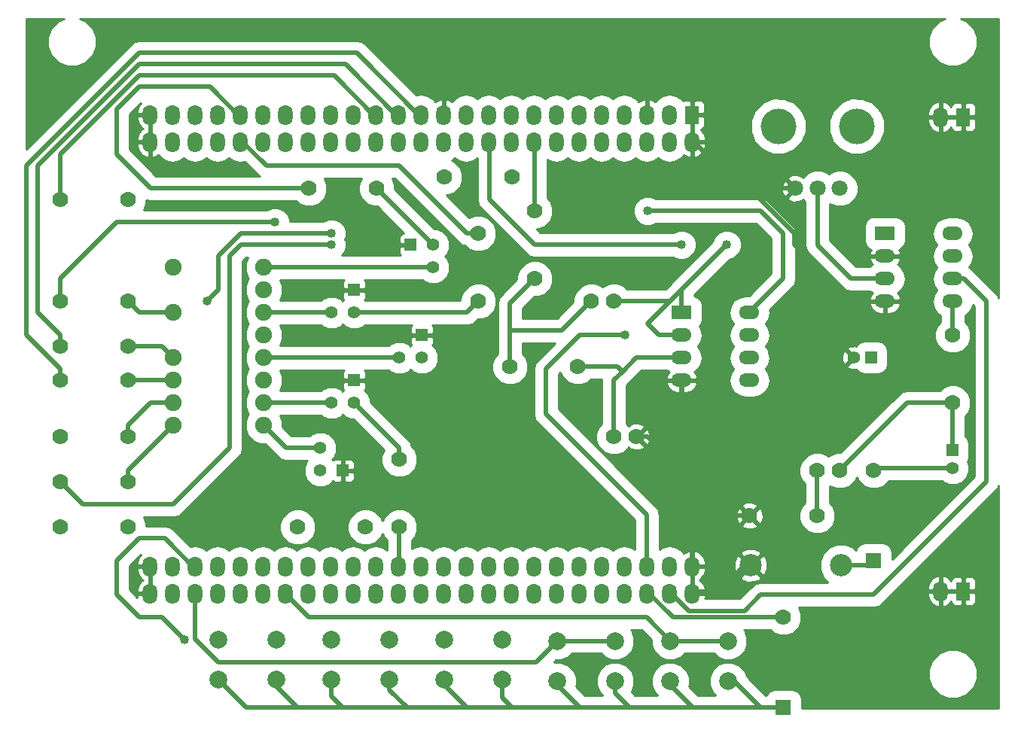
<source format=gbr>
G04 #@! TF.FileFunction,Copper,L1,Top,Signal*
%FSLAX46Y46*%
G04 Gerber Fmt 4.6, Leading zero omitted, Abs format (unit mm)*
G04 Created by KiCad (PCBNEW 4.0.7) date 07/04/18 13:56:47*
%MOMM*%
%LPD*%
G01*
G04 APERTURE LIST*
%ADD10C,0.100000*%
%ADD11C,2.499360*%
%ADD12R,2.286000X1.524000*%
%ADD13O,2.286000X1.524000*%
%ADD14C,1.778000*%
%ADD15R,1.524000X2.032000*%
%ADD16O,1.651000X2.286000*%
%ADD17C,1.397000*%
%ADD18R,1.397000X1.397000*%
%ADD19R,1.778000X1.778000*%
%ADD20C,1.800000*%
%ADD21C,4.000000*%
%ADD22C,2.000000*%
%ADD23C,1.905000*%
%ADD24C,1.016000*%
%ADD25C,0.508000*%
%ADD26C,0.254000*%
G04 APERTURE END LIST*
D10*
D11*
X180467000Y-130048000D03*
X170307000Y-130048000D03*
D12*
X162560000Y-101600000D03*
D13*
X162560000Y-104140000D03*
X162560000Y-106680000D03*
X162560000Y-109220000D03*
X170180000Y-109220000D03*
X170180000Y-106680000D03*
X170180000Y-104140000D03*
X170180000Y-101600000D03*
D14*
X150876000Y-107696000D03*
X143256000Y-107696000D03*
D15*
X194219900Y-132943600D03*
D16*
X191679900Y-132943600D03*
X191679900Y-79603600D03*
D15*
X194219900Y-79603600D03*
X163741100Y-79349600D03*
D16*
X161201100Y-79349600D03*
X158661100Y-79349600D03*
X156121100Y-79349600D03*
X153581100Y-79349600D03*
X151041100Y-79349600D03*
X148501100Y-79349600D03*
X145961100Y-79349600D03*
X143421100Y-79349600D03*
X140881100Y-79349600D03*
X138341100Y-79349600D03*
X135801100Y-79349600D03*
X133261100Y-79349600D03*
X130721100Y-79349600D03*
X128181100Y-79349600D03*
X125641100Y-79349600D03*
X123101100Y-79349600D03*
X120561100Y-79349600D03*
X118021100Y-79349600D03*
X115481100Y-79349600D03*
X112941100Y-79349600D03*
X110401100Y-79349600D03*
X107861100Y-79349600D03*
X105321100Y-79349600D03*
X102781100Y-79349600D03*
X163741100Y-82397600D03*
X161201100Y-82397600D03*
X158661100Y-82397600D03*
X156121100Y-82397600D03*
X153581100Y-82397600D03*
X151041100Y-82397600D03*
X148501100Y-82397600D03*
X145961100Y-82397600D03*
X143421100Y-82397600D03*
X140881100Y-82397600D03*
X138341100Y-82397600D03*
X135801100Y-82397600D03*
X133261100Y-82397600D03*
X130721100Y-82397600D03*
X128181100Y-82397600D03*
X125641100Y-82397600D03*
X123101100Y-82397600D03*
X120561100Y-82397600D03*
X118021100Y-82397600D03*
X115481100Y-82397600D03*
X112941100Y-82397600D03*
X110401100Y-82397600D03*
X107861100Y-82397600D03*
X105321100Y-82397600D03*
X102781100Y-82397600D03*
X163741100Y-130149600D03*
X161201100Y-130149600D03*
X158661100Y-130149600D03*
X156121100Y-130149600D03*
X153581100Y-130149600D03*
X151041100Y-130149600D03*
X148501100Y-130149600D03*
X145961100Y-130149600D03*
X143421100Y-130149600D03*
X140881100Y-130149600D03*
X138341100Y-130149600D03*
X135801100Y-130149600D03*
X133261100Y-130149600D03*
X130721100Y-130149600D03*
X128181100Y-130149600D03*
X125641100Y-130149600D03*
X123101100Y-130149600D03*
X120561100Y-130149600D03*
X118021100Y-130149600D03*
X115481100Y-130149600D03*
X112941100Y-130149600D03*
X110401100Y-130149600D03*
X107861100Y-130149600D03*
X105321100Y-130149600D03*
X102781100Y-130149600D03*
X163741100Y-133197600D03*
X161201100Y-133197600D03*
X158661100Y-133197600D03*
X156121100Y-133197600D03*
X153581100Y-133197600D03*
X151041100Y-133197600D03*
X148501100Y-133197600D03*
X145961100Y-133197600D03*
X143421100Y-133197600D03*
X140881100Y-133197600D03*
X138341100Y-133197600D03*
X135801100Y-133197600D03*
X133261100Y-133197600D03*
X130721100Y-133197600D03*
X128181100Y-133197600D03*
X125641100Y-133197600D03*
X123101100Y-133197600D03*
X120561100Y-133197600D03*
X118021100Y-133197600D03*
X115481100Y-133197600D03*
X112941100Y-133197600D03*
X110401100Y-133197600D03*
X107861100Y-133197600D03*
X105321100Y-133197600D03*
X102781100Y-133197600D03*
D14*
X180340000Y-119380000D03*
X177800000Y-119380000D03*
D17*
X193040000Y-119110000D03*
D18*
X193040000Y-117110000D03*
D14*
X154940000Y-115570000D03*
X157480000Y-115570000D03*
D17*
X181880000Y-106680000D03*
D18*
X183880000Y-106680000D03*
D14*
X154940000Y-100330000D03*
X152400000Y-100330000D03*
D19*
X184150000Y-129540000D03*
D14*
X184150000Y-119380000D03*
D19*
X173990000Y-146050000D03*
D14*
X173990000Y-135890000D03*
D20*
X175340000Y-87630000D03*
X177840000Y-87630000D03*
X180340000Y-87630000D03*
D21*
X173440000Y-80630000D03*
X182240000Y-80630000D03*
D18*
X132080000Y-93980000D03*
D17*
X134620000Y-93980000D03*
X134620000Y-96520000D03*
D18*
X125730000Y-99060000D03*
D17*
X125730000Y-101600000D03*
X123190000Y-101600000D03*
D18*
X133350000Y-104140000D03*
D17*
X133350000Y-106680000D03*
X130810000Y-106680000D03*
D18*
X125730000Y-109220000D03*
D17*
X125730000Y-111760000D03*
X123190000Y-111760000D03*
D18*
X124460000Y-119380000D03*
D17*
X121920000Y-119380000D03*
X121920000Y-116840000D03*
D14*
X170180000Y-124460000D03*
X177800000Y-124460000D03*
X146050000Y-97790000D03*
X146050000Y-90170000D03*
X128270000Y-87630000D03*
X120650000Y-87630000D03*
X139700000Y-100330000D03*
X139700000Y-92710000D03*
X143510000Y-86360000D03*
X135890000Y-86360000D03*
X130810000Y-118110000D03*
X130810000Y-125730000D03*
X92710000Y-109220000D03*
X100330000Y-109220000D03*
X92710000Y-120650000D03*
X100330000Y-120650000D03*
X92710000Y-105410000D03*
X100330000Y-105410000D03*
X92710000Y-125730000D03*
X100330000Y-125730000D03*
X92710000Y-88900000D03*
X100330000Y-88900000D03*
X92710000Y-100330000D03*
X100330000Y-100330000D03*
X92710000Y-115570000D03*
X100330000Y-115570000D03*
X127000000Y-125730000D03*
X119380000Y-125730000D03*
X193040000Y-104140000D03*
X193040000Y-111760000D03*
D22*
X110490000Y-142930000D03*
X110490000Y-138430000D03*
X116990000Y-142930000D03*
X116990000Y-138430000D03*
X123190000Y-142930000D03*
X123190000Y-138430000D03*
X129690000Y-142930000D03*
X129690000Y-138430000D03*
X135890000Y-142930000D03*
X135890000Y-138430000D03*
X142390000Y-142930000D03*
X142390000Y-138430000D03*
X148590000Y-143057000D03*
X148590000Y-138557000D03*
X155090000Y-143057000D03*
X155090000Y-138557000D03*
X161290000Y-143057000D03*
X161290000Y-138557000D03*
X167790000Y-143057000D03*
X167790000Y-138557000D03*
D12*
X185420000Y-92710000D03*
D13*
X185420000Y-95250000D03*
X185420000Y-97790000D03*
X185420000Y-100330000D03*
X193040000Y-100330000D03*
X193040000Y-97790000D03*
X193040000Y-95250000D03*
X193040000Y-92710000D03*
D23*
X115570000Y-111760000D03*
X115570000Y-109220000D03*
X115570000Y-106680000D03*
X115570000Y-104140000D03*
X115570000Y-101600000D03*
X115570000Y-99060000D03*
X115570000Y-96520000D03*
X115570000Y-114300000D03*
X105410000Y-96520000D03*
X105410000Y-101600000D03*
X105410000Y-106680000D03*
X105410000Y-109220000D03*
X105410000Y-111760000D03*
X105410000Y-114300000D03*
D24*
X176530000Y-95250000D03*
X173990000Y-115570000D03*
X158750000Y-90170000D03*
X156210000Y-104140000D03*
X167640000Y-93980000D03*
X123190000Y-93980000D03*
X123190000Y-92710000D03*
X109220000Y-100330000D03*
X116840000Y-91440000D03*
X162560000Y-93980000D03*
X106680000Y-138430000D03*
D25*
X193040000Y-117110000D02*
X193040000Y-111760000D01*
X193040000Y-111760000D02*
X187960000Y-111760000D01*
X187960000Y-111760000D02*
X180340000Y-119380000D01*
X177800000Y-124460000D02*
X177800000Y-119380000D01*
X193040000Y-119110000D02*
X184420000Y-119110000D01*
X184420000Y-119110000D02*
X184150000Y-119380000D01*
X150876000Y-107696000D02*
X155321000Y-107696000D01*
X155321000Y-107696000D02*
X155892500Y-108267500D01*
X154940000Y-115570000D02*
X154940000Y-109220000D01*
X154940000Y-109220000D02*
X155892500Y-108267500D01*
X155892500Y-108267500D02*
X157480000Y-106680000D01*
X162560000Y-106680000D02*
X157480000Y-106680000D01*
X170307000Y-130048000D02*
X169672000Y-130048000D01*
X169672000Y-130048000D02*
X166776400Y-132943600D01*
X166776400Y-132943600D02*
X163741100Y-132943600D01*
X175260000Y-92710000D02*
X170180000Y-87630000D01*
X175260000Y-93980000D02*
X175260000Y-92710000D01*
X176530000Y-95250000D02*
X175260000Y-93980000D01*
X170180000Y-124460000D02*
X166370000Y-124460000D01*
X166370000Y-124460000D02*
X165100000Y-125730000D01*
X165100000Y-125730000D02*
X163741100Y-127088900D01*
X168910000Y-120650000D02*
X162560000Y-120650000D01*
X173990000Y-115570000D02*
X168910000Y-120650000D01*
X175340000Y-87630000D02*
X170180000Y-87630000D01*
X170180000Y-87630000D02*
X169227500Y-87630000D01*
X169227500Y-87630000D02*
X163741100Y-82143600D01*
X157480000Y-115570000D02*
X158750000Y-115570000D01*
X158750000Y-115570000D02*
X162560000Y-119380000D01*
X162560000Y-109220000D02*
X162560000Y-119380000D01*
X162560000Y-119380000D02*
X162560000Y-120650000D01*
X162560000Y-120650000D02*
X162560000Y-123190000D01*
X163741100Y-124371100D02*
X163741100Y-127088900D01*
X163741100Y-127088900D02*
X163741100Y-130403600D01*
X162560000Y-123190000D02*
X163741100Y-124371100D01*
X184150000Y-133350000D02*
X171450000Y-133350000D01*
X194310000Y-97790000D02*
X196850000Y-100330000D01*
X196850000Y-100330000D02*
X196850000Y-120650000D01*
X196850000Y-120650000D02*
X184150000Y-133350000D01*
X193040000Y-97790000D02*
X194310000Y-97790000D01*
X163410898Y-135153398D02*
X161201100Y-132943600D01*
X169646602Y-135153398D02*
X163410898Y-135153398D01*
X171450000Y-133350000D02*
X169646602Y-135153398D01*
X143256000Y-103632000D02*
X149098000Y-103632000D01*
X149098000Y-103632000D02*
X152400000Y-100330000D01*
X143256000Y-107696000D02*
X143256000Y-103632000D01*
X143256000Y-103632000D02*
X143256000Y-100584000D01*
X143256000Y-100584000D02*
X146050000Y-97790000D01*
X180467000Y-130048000D02*
X183642000Y-130048000D01*
X183642000Y-130048000D02*
X184150000Y-129540000D01*
X167790000Y-143057000D02*
X168457000Y-143057000D01*
X168457000Y-143057000D02*
X171450000Y-146050000D01*
X161290000Y-143057000D02*
X161290000Y-143510000D01*
X161290000Y-143510000D02*
X163830000Y-146050000D01*
X155090000Y-143057000D02*
X155090000Y-144422000D01*
X155090000Y-144422000D02*
X156718000Y-146050000D01*
X148590000Y-143057000D02*
X148590000Y-143510000D01*
X148590000Y-143510000D02*
X151130000Y-146050000D01*
X142390000Y-142930000D02*
X142390000Y-144930000D01*
X142390000Y-144930000D02*
X143510000Y-146050000D01*
X135890000Y-142930000D02*
X135890000Y-143510000D01*
X135890000Y-143510000D02*
X138430000Y-146050000D01*
X129690000Y-142930000D02*
X129690000Y-144041000D01*
X129690000Y-144041000D02*
X131699000Y-146050000D01*
X123190000Y-142930000D02*
X123190000Y-144780000D01*
X123190000Y-144780000D02*
X124460000Y-146050000D01*
X116990000Y-142930000D02*
X116990000Y-143660000D01*
X116990000Y-143660000D02*
X119380000Y-146050000D01*
X114300000Y-146050000D02*
X113610000Y-146050000D01*
X113610000Y-146050000D02*
X110490000Y-142930000D01*
X155194000Y-146050000D02*
X151130000Y-146050000D01*
X151130000Y-146050000D02*
X150114000Y-146050000D01*
X150114000Y-146050000D02*
X143510000Y-146050000D01*
X143510000Y-146050000D02*
X138430000Y-146050000D01*
X138430000Y-146050000D02*
X137414000Y-146050000D01*
X137414000Y-146050000D02*
X131699000Y-146050000D01*
X131699000Y-146050000D02*
X124460000Y-146050000D01*
X124460000Y-146050000D02*
X119380000Y-146050000D01*
X119380000Y-146050000D02*
X114300000Y-146050000D01*
X156210000Y-146050000D02*
X156718000Y-146050000D01*
X156718000Y-146050000D02*
X156210000Y-146050000D01*
X155090000Y-146050000D02*
X155194000Y-146050000D01*
X155194000Y-146050000D02*
X156210000Y-146050000D01*
X173990000Y-146050000D02*
X171450000Y-146050000D01*
X171450000Y-146050000D02*
X169291000Y-146050000D01*
X169291000Y-146050000D02*
X168910000Y-146050000D01*
X168910000Y-146050000D02*
X163830000Y-146050000D01*
X163830000Y-146050000D02*
X162560000Y-146050000D01*
X162560000Y-146050000D02*
X156210000Y-146050000D01*
X158661100Y-130403600D02*
X158661100Y-124371100D01*
X173990000Y-97790000D02*
X170180000Y-101600000D01*
X173990000Y-92710000D02*
X173990000Y-97790000D01*
X171450000Y-90170000D02*
X173990000Y-92710000D01*
X158750000Y-90170000D02*
X171450000Y-90170000D01*
X151130000Y-104140000D02*
X156210000Y-104140000D01*
X147320000Y-107950000D02*
X151130000Y-104140000D01*
X147320000Y-113030000D02*
X147320000Y-107950000D01*
X158661100Y-124371100D02*
X147320000Y-113030000D01*
X173990000Y-135890000D02*
X161607500Y-135890000D01*
X161607500Y-135890000D02*
X158661100Y-132943600D01*
X185420000Y-97790000D02*
X181610000Y-97790000D01*
X177840000Y-94020000D02*
X177840000Y-87630000D01*
X181610000Y-97790000D02*
X177840000Y-94020000D01*
X154940000Y-100330000D02*
X161290000Y-100330000D01*
X162560000Y-104140000D02*
X160020000Y-104140000D01*
X158750000Y-102870000D02*
X161290000Y-100330000D01*
X161290000Y-100330000D02*
X162560000Y-99060000D01*
X160020000Y-104140000D02*
X158750000Y-102870000D01*
X162560000Y-101600000D02*
X162560000Y-99060000D01*
X162560000Y-99060000D02*
X167640000Y-93980000D01*
X134620000Y-93980000D02*
X128270000Y-87630000D01*
X134620000Y-96520000D02*
X115570000Y-96520000D01*
X125730000Y-101600000D02*
X138430000Y-101600000D01*
X138430000Y-101600000D02*
X139700000Y-100330000D01*
X123190000Y-101600000D02*
X115570000Y-101600000D01*
X130810000Y-106680000D02*
X115570000Y-106680000D01*
X130810000Y-118110000D02*
X130810000Y-116840000D01*
X130810000Y-116840000D02*
X125730000Y-111760000D01*
X123190000Y-111760000D02*
X115570000Y-111760000D01*
X121920000Y-116840000D02*
X118110000Y-116840000D01*
X118110000Y-116840000D02*
X115570000Y-114300000D01*
X146050000Y-90170000D02*
X146050000Y-82232500D01*
X146050000Y-82232500D02*
X145961100Y-82143600D01*
X120650000Y-87630000D02*
X102870000Y-87630000D01*
X109537500Y-76200000D02*
X112941100Y-79603600D01*
X101600000Y-76200000D02*
X109537500Y-76200000D01*
X99060000Y-78740000D02*
X101600000Y-76200000D01*
X99060000Y-83820000D02*
X99060000Y-78740000D01*
X102870000Y-87630000D02*
X99060000Y-83820000D01*
X139700000Y-92710000D02*
X138430000Y-92710000D01*
X115887500Y-85090000D02*
X112941100Y-82143600D01*
X130810000Y-85090000D02*
X115887500Y-85090000D01*
X138430000Y-92710000D02*
X130810000Y-85090000D01*
X130810000Y-125730000D02*
X130810000Y-130314700D01*
X130810000Y-130314700D02*
X130721100Y-130403600D01*
X92710000Y-109220000D02*
X92710000Y-107950000D01*
X126047500Y-72390000D02*
X133261100Y-79603600D01*
X101600000Y-72390000D02*
X126047500Y-72390000D01*
X88900000Y-85090000D02*
X101600000Y-72390000D01*
X88900000Y-104140000D02*
X88900000Y-85090000D01*
X92710000Y-107950000D02*
X88900000Y-104140000D01*
X105410000Y-109220000D02*
X100330000Y-109220000D01*
X95250000Y-123190000D02*
X92710000Y-120650000D01*
X105410000Y-123190000D02*
X95250000Y-123190000D01*
X111760000Y-116840000D02*
X105410000Y-123190000D01*
X111760000Y-95250000D02*
X111760000Y-116840000D01*
X113030000Y-93980000D02*
X111760000Y-95250000D01*
X123190000Y-93980000D02*
X113030000Y-93980000D01*
X100330000Y-120650000D02*
X100330000Y-119380000D01*
X100330000Y-119380000D02*
X105410000Y-114300000D01*
X92710000Y-105410000D02*
X92710000Y-104140000D01*
X124777500Y-73660000D02*
X130721100Y-79603600D01*
X101600000Y-73660000D02*
X124777500Y-73660000D01*
X90170000Y-85090000D02*
X101600000Y-73660000D01*
X90170000Y-101600000D02*
X90170000Y-85090000D01*
X92710000Y-104140000D02*
X90170000Y-101600000D01*
X100330000Y-105410000D02*
X104140000Y-105410000D01*
X104140000Y-105410000D02*
X105410000Y-106680000D01*
X113030000Y-92710000D02*
X123190000Y-92710000D01*
X110490000Y-95250000D02*
X113030000Y-92710000D01*
X110490000Y-99060000D02*
X110490000Y-95250000D01*
X109220000Y-100330000D02*
X110490000Y-99060000D01*
X92710000Y-88900000D02*
X92710000Y-83820000D01*
X123507500Y-74930000D02*
X128181100Y-79603600D01*
X101600000Y-74930000D02*
X123507500Y-74930000D01*
X92710000Y-83820000D02*
X101600000Y-74930000D01*
X92710000Y-100330000D02*
X92710000Y-97790000D01*
X99060000Y-91440000D02*
X116840000Y-91440000D01*
X92710000Y-97790000D02*
X99060000Y-91440000D01*
X105410000Y-101600000D02*
X101600000Y-101600000D01*
X101600000Y-101600000D02*
X100330000Y-100330000D01*
X100330000Y-115570000D02*
X100330000Y-114300000D01*
X102870000Y-111760000D02*
X105410000Y-111760000D01*
X100330000Y-114300000D02*
X102870000Y-111760000D01*
X193040000Y-104140000D02*
X193040000Y-100330000D01*
X162560000Y-93980000D02*
X146050000Y-93980000D01*
X140970000Y-88900000D02*
X140970000Y-82232500D01*
X146050000Y-93980000D02*
X140970000Y-88900000D01*
X140970000Y-82232500D02*
X140881100Y-82143600D01*
X140970000Y-82232500D02*
X140881100Y-82143600D01*
X106680000Y-138430000D02*
X104140000Y-135890000D01*
X104140000Y-135890000D02*
X101600000Y-135890000D01*
X101600000Y-135890000D02*
X99060000Y-133350000D01*
X99060000Y-133350000D02*
X99060000Y-129540000D01*
X99060000Y-129540000D02*
X101600000Y-127000000D01*
X101600000Y-127000000D02*
X104457500Y-127000000D01*
X104457500Y-127000000D02*
X107861100Y-130403600D01*
X118021100Y-132943600D02*
X118021100Y-133261100D01*
X118021100Y-133261100D02*
X120650000Y-135890000D01*
X120650000Y-135890000D02*
X158623000Y-135890000D01*
X158623000Y-135890000D02*
X161290000Y-138557000D01*
X161290000Y-138557000D02*
X167790000Y-138557000D01*
X155090000Y-138557000D02*
X148590000Y-138557000D01*
X148590000Y-138557000D02*
X146177000Y-140970000D01*
X146177000Y-140970000D02*
X110490000Y-140970000D01*
X110490000Y-140970000D02*
X107861100Y-138341100D01*
X107861100Y-138341100D02*
X107861100Y-132943600D01*
D26*
G36*
X198172000Y-146102000D02*
X176044392Y-146102000D01*
X176044392Y-145161000D01*
X175964692Y-144737430D01*
X175714362Y-144348406D01*
X175332403Y-144087424D01*
X174879000Y-143995608D01*
X173101000Y-143995608D01*
X172677430Y-144075308D01*
X172288406Y-144325638D01*
X172064729Y-144653000D01*
X172028656Y-144653000D01*
X170158879Y-142783223D01*
X190296524Y-142783223D01*
X190713241Y-143791755D01*
X191484186Y-144564047D01*
X192491990Y-144982523D01*
X193583223Y-144983476D01*
X194591755Y-144566759D01*
X195364047Y-143795814D01*
X195782523Y-142788010D01*
X195783476Y-141696777D01*
X195366759Y-140688245D01*
X194595814Y-139915953D01*
X193588010Y-139497477D01*
X192496777Y-139496524D01*
X191488245Y-139913241D01*
X190715953Y-140684186D01*
X190297477Y-141691990D01*
X190296524Y-142783223D01*
X170158879Y-142783223D01*
X169880641Y-142504985D01*
X169607806Y-141844674D01*
X169005497Y-141241312D01*
X168218139Y-140914373D01*
X167365601Y-140913629D01*
X166577674Y-141239194D01*
X165974312Y-141841503D01*
X165647373Y-142628861D01*
X165646629Y-143481399D01*
X165972194Y-144269326D01*
X166355198Y-144653000D01*
X164408656Y-144653000D01*
X163376343Y-143620687D01*
X163432627Y-143485139D01*
X163433371Y-142632601D01*
X163107806Y-141844674D01*
X162505497Y-141241312D01*
X161718139Y-140914373D01*
X160865601Y-140913629D01*
X160077674Y-141239194D01*
X159474312Y-141841503D01*
X159147373Y-142628861D01*
X159146629Y-143481399D01*
X159472194Y-144269326D01*
X159855198Y-144653000D01*
X157296656Y-144653000D01*
X156908758Y-144265102D01*
X157232627Y-143485139D01*
X157233371Y-142632601D01*
X156907806Y-141844674D01*
X156305497Y-141241312D01*
X155518139Y-140914373D01*
X154665601Y-140913629D01*
X153877674Y-141239194D01*
X153274312Y-141841503D01*
X152947373Y-142628861D01*
X152946629Y-143481399D01*
X153272194Y-144269326D01*
X153655198Y-144653000D01*
X151708656Y-144653000D01*
X150676343Y-143620687D01*
X150732627Y-143485139D01*
X150733371Y-142632601D01*
X150407806Y-141844674D01*
X149805497Y-141241312D01*
X149018139Y-140914373D01*
X148208989Y-140913667D01*
X148422801Y-140699855D01*
X149014399Y-140700371D01*
X149802326Y-140374806D01*
X150223868Y-139954000D01*
X153456546Y-139954000D01*
X153874503Y-140372688D01*
X154661861Y-140699627D01*
X155514399Y-140700371D01*
X156302326Y-140374806D01*
X156905688Y-139772497D01*
X157232627Y-138985139D01*
X157233371Y-138132601D01*
X156907806Y-137344674D01*
X156850233Y-137287000D01*
X158044344Y-137287000D01*
X159147145Y-138389801D01*
X159146629Y-138981399D01*
X159472194Y-139769326D01*
X160074503Y-140372688D01*
X160861861Y-140699627D01*
X161714399Y-140700371D01*
X162502326Y-140374806D01*
X162923868Y-139954000D01*
X166156546Y-139954000D01*
X166574503Y-140372688D01*
X167361861Y-140699627D01*
X168214399Y-140700371D01*
X169002326Y-140374806D01*
X169605688Y-139772497D01*
X169932627Y-138985139D01*
X169933371Y-138132601D01*
X169607806Y-137344674D01*
X169550233Y-137287000D01*
X172513387Y-137287000D01*
X172837462Y-137611641D01*
X173584037Y-137921646D01*
X174392416Y-137922352D01*
X175139532Y-137613650D01*
X175711641Y-137042538D01*
X176021646Y-136295963D01*
X176022352Y-135487584D01*
X175716349Y-134747000D01*
X184150000Y-134747000D01*
X184684609Y-134640660D01*
X185137828Y-134337828D01*
X186405056Y-133070600D01*
X190219400Y-133070600D01*
X190219400Y-133388100D01*
X190379175Y-133937342D01*
X190736973Y-134383632D01*
X191238323Y-134659027D01*
X191326856Y-134678288D01*
X191552900Y-134556640D01*
X191552900Y-133070600D01*
X191806900Y-133070600D01*
X191806900Y-134556640D01*
X192032944Y-134678288D01*
X192121477Y-134659027D01*
X192622827Y-134383632D01*
X192836055Y-134117668D01*
X192919573Y-134319299D01*
X193098202Y-134497927D01*
X193331591Y-134594600D01*
X193934150Y-134594600D01*
X194092900Y-134435850D01*
X194092900Y-133070600D01*
X194346900Y-133070600D01*
X194346900Y-134435850D01*
X194505650Y-134594600D01*
X195108209Y-134594600D01*
X195341598Y-134497927D01*
X195520227Y-134319299D01*
X195616900Y-134085910D01*
X195616900Y-133229350D01*
X195458150Y-133070600D01*
X194346900Y-133070600D01*
X194092900Y-133070600D01*
X191806900Y-133070600D01*
X191552900Y-133070600D01*
X190219400Y-133070600D01*
X186405056Y-133070600D01*
X186976556Y-132499100D01*
X190219400Y-132499100D01*
X190219400Y-132816600D01*
X191552900Y-132816600D01*
X191552900Y-131330560D01*
X191806900Y-131330560D01*
X191806900Y-132816600D01*
X194092900Y-132816600D01*
X194092900Y-131451350D01*
X194346900Y-131451350D01*
X194346900Y-132816600D01*
X195458150Y-132816600D01*
X195616900Y-132657850D01*
X195616900Y-131801290D01*
X195520227Y-131567901D01*
X195341598Y-131389273D01*
X195108209Y-131292600D01*
X194505650Y-131292600D01*
X194346900Y-131451350D01*
X194092900Y-131451350D01*
X193934150Y-131292600D01*
X193331591Y-131292600D01*
X193098202Y-131389273D01*
X192919573Y-131567901D01*
X192836055Y-131769532D01*
X192622827Y-131503568D01*
X192121477Y-131228173D01*
X192032944Y-131208912D01*
X191806900Y-131330560D01*
X191552900Y-131330560D01*
X191326856Y-131208912D01*
X191238323Y-131228173D01*
X190736973Y-131503568D01*
X190379175Y-131949858D01*
X190219400Y-132499100D01*
X186976556Y-132499100D01*
X197837828Y-121637828D01*
X198140660Y-121184609D01*
X198172000Y-121027052D01*
X198172000Y-146102000D01*
X198172000Y-146102000D01*
G37*
X198172000Y-146102000D02*
X176044392Y-146102000D01*
X176044392Y-145161000D01*
X175964692Y-144737430D01*
X175714362Y-144348406D01*
X175332403Y-144087424D01*
X174879000Y-143995608D01*
X173101000Y-143995608D01*
X172677430Y-144075308D01*
X172288406Y-144325638D01*
X172064729Y-144653000D01*
X172028656Y-144653000D01*
X170158879Y-142783223D01*
X190296524Y-142783223D01*
X190713241Y-143791755D01*
X191484186Y-144564047D01*
X192491990Y-144982523D01*
X193583223Y-144983476D01*
X194591755Y-144566759D01*
X195364047Y-143795814D01*
X195782523Y-142788010D01*
X195783476Y-141696777D01*
X195366759Y-140688245D01*
X194595814Y-139915953D01*
X193588010Y-139497477D01*
X192496777Y-139496524D01*
X191488245Y-139913241D01*
X190715953Y-140684186D01*
X190297477Y-141691990D01*
X190296524Y-142783223D01*
X170158879Y-142783223D01*
X169880641Y-142504985D01*
X169607806Y-141844674D01*
X169005497Y-141241312D01*
X168218139Y-140914373D01*
X167365601Y-140913629D01*
X166577674Y-141239194D01*
X165974312Y-141841503D01*
X165647373Y-142628861D01*
X165646629Y-143481399D01*
X165972194Y-144269326D01*
X166355198Y-144653000D01*
X164408656Y-144653000D01*
X163376343Y-143620687D01*
X163432627Y-143485139D01*
X163433371Y-142632601D01*
X163107806Y-141844674D01*
X162505497Y-141241312D01*
X161718139Y-140914373D01*
X160865601Y-140913629D01*
X160077674Y-141239194D01*
X159474312Y-141841503D01*
X159147373Y-142628861D01*
X159146629Y-143481399D01*
X159472194Y-144269326D01*
X159855198Y-144653000D01*
X157296656Y-144653000D01*
X156908758Y-144265102D01*
X157232627Y-143485139D01*
X157233371Y-142632601D01*
X156907806Y-141844674D01*
X156305497Y-141241312D01*
X155518139Y-140914373D01*
X154665601Y-140913629D01*
X153877674Y-141239194D01*
X153274312Y-141841503D01*
X152947373Y-142628861D01*
X152946629Y-143481399D01*
X153272194Y-144269326D01*
X153655198Y-144653000D01*
X151708656Y-144653000D01*
X150676343Y-143620687D01*
X150732627Y-143485139D01*
X150733371Y-142632601D01*
X150407806Y-141844674D01*
X149805497Y-141241312D01*
X149018139Y-140914373D01*
X148208989Y-140913667D01*
X148422801Y-140699855D01*
X149014399Y-140700371D01*
X149802326Y-140374806D01*
X150223868Y-139954000D01*
X153456546Y-139954000D01*
X153874503Y-140372688D01*
X154661861Y-140699627D01*
X155514399Y-140700371D01*
X156302326Y-140374806D01*
X156905688Y-139772497D01*
X157232627Y-138985139D01*
X157233371Y-138132601D01*
X156907806Y-137344674D01*
X156850233Y-137287000D01*
X158044344Y-137287000D01*
X159147145Y-138389801D01*
X159146629Y-138981399D01*
X159472194Y-139769326D01*
X160074503Y-140372688D01*
X160861861Y-140699627D01*
X161714399Y-140700371D01*
X162502326Y-140374806D01*
X162923868Y-139954000D01*
X166156546Y-139954000D01*
X166574503Y-140372688D01*
X167361861Y-140699627D01*
X168214399Y-140700371D01*
X169002326Y-140374806D01*
X169605688Y-139772497D01*
X169932627Y-138985139D01*
X169933371Y-138132601D01*
X169607806Y-137344674D01*
X169550233Y-137287000D01*
X172513387Y-137287000D01*
X172837462Y-137611641D01*
X173584037Y-137921646D01*
X174392416Y-137922352D01*
X175139532Y-137613650D01*
X175711641Y-137042538D01*
X176021646Y-136295963D01*
X176022352Y-135487584D01*
X175716349Y-134747000D01*
X184150000Y-134747000D01*
X184684609Y-134640660D01*
X185137828Y-134337828D01*
X186405056Y-133070600D01*
X190219400Y-133070600D01*
X190219400Y-133388100D01*
X190379175Y-133937342D01*
X190736973Y-134383632D01*
X191238323Y-134659027D01*
X191326856Y-134678288D01*
X191552900Y-134556640D01*
X191552900Y-133070600D01*
X191806900Y-133070600D01*
X191806900Y-134556640D01*
X192032944Y-134678288D01*
X192121477Y-134659027D01*
X192622827Y-134383632D01*
X192836055Y-134117668D01*
X192919573Y-134319299D01*
X193098202Y-134497927D01*
X193331591Y-134594600D01*
X193934150Y-134594600D01*
X194092900Y-134435850D01*
X194092900Y-133070600D01*
X194346900Y-133070600D01*
X194346900Y-134435850D01*
X194505650Y-134594600D01*
X195108209Y-134594600D01*
X195341598Y-134497927D01*
X195520227Y-134319299D01*
X195616900Y-134085910D01*
X195616900Y-133229350D01*
X195458150Y-133070600D01*
X194346900Y-133070600D01*
X194092900Y-133070600D01*
X191806900Y-133070600D01*
X191552900Y-133070600D01*
X190219400Y-133070600D01*
X186405056Y-133070600D01*
X186976556Y-132499100D01*
X190219400Y-132499100D01*
X190219400Y-132816600D01*
X191552900Y-132816600D01*
X191552900Y-131330560D01*
X191806900Y-131330560D01*
X191806900Y-132816600D01*
X194092900Y-132816600D01*
X194092900Y-131451350D01*
X194346900Y-131451350D01*
X194346900Y-132816600D01*
X195458150Y-132816600D01*
X195616900Y-132657850D01*
X195616900Y-131801290D01*
X195520227Y-131567901D01*
X195341598Y-131389273D01*
X195108209Y-131292600D01*
X194505650Y-131292600D01*
X194346900Y-131451350D01*
X194092900Y-131451350D01*
X193934150Y-131292600D01*
X193331591Y-131292600D01*
X193098202Y-131389273D01*
X192919573Y-131567901D01*
X192836055Y-131769532D01*
X192622827Y-131503568D01*
X192121477Y-131228173D01*
X192032944Y-131208912D01*
X191806900Y-131330560D01*
X191552900Y-131330560D01*
X191326856Y-131208912D01*
X191238323Y-131228173D01*
X190736973Y-131503568D01*
X190379175Y-131949858D01*
X190219400Y-132499100D01*
X186976556Y-132499100D01*
X197837828Y-121637828D01*
X198140660Y-121184609D01*
X198172000Y-121027052D01*
X198172000Y-146102000D01*
G36*
X92428245Y-68793241D02*
X91655953Y-69564186D01*
X91237477Y-70571990D01*
X91236524Y-71663223D01*
X91653241Y-72671755D01*
X92424186Y-73444047D01*
X93431990Y-73862523D01*
X94523223Y-73863476D01*
X95531755Y-73446759D01*
X96304047Y-72675814D01*
X96722523Y-71668010D01*
X96723476Y-70576777D01*
X96306759Y-69568245D01*
X95535814Y-68795953D01*
X94890510Y-68528000D01*
X192130177Y-68528000D01*
X191488245Y-68793241D01*
X190715953Y-69564186D01*
X190297477Y-70571990D01*
X190296524Y-71663223D01*
X190713241Y-72671755D01*
X191484186Y-73444047D01*
X192491990Y-73862523D01*
X193583223Y-73863476D01*
X194591755Y-73446759D01*
X195364047Y-72675814D01*
X195782523Y-71668010D01*
X195783476Y-70576777D01*
X195366759Y-69568245D01*
X194595814Y-68795953D01*
X193950510Y-68528000D01*
X198172000Y-68528000D01*
X198172000Y-99952948D01*
X198140660Y-99795391D01*
X197837828Y-99342172D01*
X195297828Y-96802172D01*
X194867765Y-96514812D01*
X195225776Y-95979012D01*
X195370785Y-95250000D01*
X195225776Y-94520988D01*
X194864298Y-93980000D01*
X195225776Y-93439012D01*
X195370785Y-92710000D01*
X195225776Y-91980988D01*
X194812823Y-91362962D01*
X194194797Y-90950009D01*
X193465785Y-90805000D01*
X192614215Y-90805000D01*
X191885203Y-90950009D01*
X191267177Y-91362962D01*
X190854224Y-91980988D01*
X190709215Y-92710000D01*
X190854224Y-93439012D01*
X191215702Y-93980000D01*
X190854224Y-94520988D01*
X190709215Y-95250000D01*
X190854224Y-95979012D01*
X191215702Y-96520000D01*
X190854224Y-97060988D01*
X190709215Y-97790000D01*
X190854224Y-98519012D01*
X191215702Y-99060000D01*
X190854224Y-99600988D01*
X190709215Y-100330000D01*
X190854224Y-101059012D01*
X191267177Y-101677038D01*
X191643000Y-101928156D01*
X191643000Y-102663387D01*
X191318359Y-102987462D01*
X191008354Y-103734037D01*
X191007648Y-104542416D01*
X191316350Y-105289532D01*
X191887462Y-105861641D01*
X192634037Y-106171646D01*
X193442416Y-106172352D01*
X194189532Y-105863650D01*
X194761641Y-105292538D01*
X195071646Y-104545963D01*
X195072352Y-103737584D01*
X194763650Y-102990468D01*
X194437000Y-102663248D01*
X194437000Y-101928156D01*
X194812823Y-101677038D01*
X195225776Y-101059012D01*
X195288420Y-100744076D01*
X195453000Y-100908656D01*
X195453000Y-120071344D01*
X186204392Y-129319952D01*
X186204392Y-128651000D01*
X186124692Y-128227430D01*
X185874362Y-127838406D01*
X185492403Y-127577424D01*
X185039000Y-127485608D01*
X183261000Y-127485608D01*
X182837430Y-127565308D01*
X182448406Y-127815638D01*
X182187424Y-128197597D01*
X182155923Y-128353156D01*
X181824114Y-128020768D01*
X180945021Y-127655737D01*
X179993155Y-127654906D01*
X179113427Y-128018402D01*
X178439768Y-128690886D01*
X178074737Y-129569979D01*
X178073906Y-130521845D01*
X178437402Y-131401573D01*
X178987867Y-131953000D01*
X171450000Y-131953000D01*
X170915391Y-132059340D01*
X170462172Y-132362172D01*
X169067946Y-133756398D01*
X165168351Y-133756398D01*
X165201600Y-133642100D01*
X165201600Y-133324600D01*
X163868100Y-133324600D01*
X163868100Y-133344600D01*
X163614100Y-133344600D01*
X163614100Y-133324600D01*
X163594100Y-133324600D01*
X163594100Y-133070600D01*
X163614100Y-133070600D01*
X163614100Y-130276600D01*
X163868100Y-130276600D01*
X163868100Y-133070600D01*
X165201600Y-133070600D01*
X165201600Y-132753100D01*
X165041825Y-132203858D01*
X164684027Y-131757568D01*
X164531165Y-131673600D01*
X164684027Y-131589632D01*
X164851219Y-131381089D01*
X169153517Y-131381089D01*
X169282725Y-131673859D01*
X169982883Y-131942071D01*
X170732384Y-131921928D01*
X171331275Y-131673859D01*
X171460483Y-131381089D01*
X170307000Y-130227605D01*
X169153517Y-131381089D01*
X164851219Y-131381089D01*
X165041825Y-131143342D01*
X165201600Y-130594100D01*
X165201600Y-130276600D01*
X163868100Y-130276600D01*
X163614100Y-130276600D01*
X163594100Y-130276600D01*
X163594100Y-130022600D01*
X163614100Y-130022600D01*
X163614100Y-128536560D01*
X163868100Y-128536560D01*
X163868100Y-130022600D01*
X165201600Y-130022600D01*
X165201600Y-129723883D01*
X168412929Y-129723883D01*
X168433072Y-130473384D01*
X168681141Y-131072275D01*
X168973911Y-131201483D01*
X170127395Y-130048000D01*
X170486605Y-130048000D01*
X171640089Y-131201483D01*
X171932859Y-131072275D01*
X172201071Y-130372117D01*
X172180928Y-129622616D01*
X171932859Y-129023725D01*
X171640089Y-128894517D01*
X170486605Y-130048000D01*
X170127395Y-130048000D01*
X168973911Y-128894517D01*
X168681141Y-129023725D01*
X168412929Y-129723883D01*
X165201600Y-129723883D01*
X165201600Y-129705100D01*
X165041825Y-129155858D01*
X164688311Y-128714911D01*
X169153517Y-128714911D01*
X170307000Y-129868395D01*
X171460483Y-128714911D01*
X171331275Y-128422141D01*
X170631117Y-128153929D01*
X169881616Y-128174072D01*
X169282725Y-128422141D01*
X169153517Y-128714911D01*
X164688311Y-128714911D01*
X164684027Y-128709568D01*
X164182677Y-128434173D01*
X164094144Y-128414912D01*
X163868100Y-128536560D01*
X163614100Y-128536560D01*
X163388056Y-128414912D01*
X163299523Y-128434173D01*
X162801687Y-128707638D01*
X162593040Y-128395375D01*
X161954412Y-127968658D01*
X161201100Y-127818815D01*
X160447788Y-127968658D01*
X160058100Y-128229039D01*
X160058100Y-125532196D01*
X169287409Y-125532196D01*
X169372467Y-125787539D01*
X169941965Y-125995516D01*
X170547700Y-125969723D01*
X170987533Y-125787539D01*
X171072591Y-125532196D01*
X170180000Y-124639605D01*
X169287409Y-125532196D01*
X160058100Y-125532196D01*
X160058100Y-124371100D01*
X160028436Y-124221965D01*
X168644484Y-124221965D01*
X168670277Y-124827700D01*
X168852461Y-125267533D01*
X169107804Y-125352591D01*
X170000395Y-124460000D01*
X170359605Y-124460000D01*
X171252196Y-125352591D01*
X171507539Y-125267533D01*
X171715516Y-124698035D01*
X171689723Y-124092300D01*
X171507539Y-123652467D01*
X171252196Y-123567409D01*
X170359605Y-124460000D01*
X170000395Y-124460000D01*
X169107804Y-123567409D01*
X168852461Y-123652467D01*
X168644484Y-124221965D01*
X160028436Y-124221965D01*
X159951760Y-123836491D01*
X159651957Y-123387804D01*
X169287409Y-123387804D01*
X170180000Y-124280395D01*
X171072591Y-123387804D01*
X170987533Y-123132461D01*
X170418035Y-122924484D01*
X169812300Y-122950277D01*
X169372467Y-123132461D01*
X169287409Y-123387804D01*
X159651957Y-123387804D01*
X159648928Y-123383272D01*
X156048072Y-119782416D01*
X175767648Y-119782416D01*
X176076350Y-120529532D01*
X176403000Y-120856752D01*
X176403000Y-122983387D01*
X176078359Y-123307462D01*
X175768354Y-124054037D01*
X175767648Y-124862416D01*
X176076350Y-125609532D01*
X176647462Y-126181641D01*
X177394037Y-126491646D01*
X178202416Y-126492352D01*
X178949532Y-126183650D01*
X179521641Y-125612538D01*
X179831646Y-124865963D01*
X179832352Y-124057584D01*
X179523650Y-123310468D01*
X179197000Y-122983248D01*
X179197000Y-121105602D01*
X179934037Y-121411646D01*
X180742416Y-121412352D01*
X181489532Y-121103650D01*
X182061641Y-120532538D01*
X182245068Y-120090796D01*
X182426350Y-120529532D01*
X182997462Y-121101641D01*
X183744037Y-121411646D01*
X184552416Y-121412352D01*
X185299532Y-121103650D01*
X185871641Y-120532538D01*
X185882245Y-120507000D01*
X191832560Y-120507000D01*
X191995512Y-120670237D01*
X192672096Y-120951180D01*
X193404690Y-120951819D01*
X194081763Y-120672058D01*
X194600237Y-120154488D01*
X194881180Y-119477904D01*
X194881819Y-118745310D01*
X194731067Y-118380463D01*
X194812076Y-118261903D01*
X194903892Y-117808500D01*
X194903892Y-116411500D01*
X194824192Y-115987930D01*
X194573862Y-115598906D01*
X194437000Y-115505392D01*
X194437000Y-113236613D01*
X194761641Y-112912538D01*
X195071646Y-112165963D01*
X195072352Y-111357584D01*
X194763650Y-110610468D01*
X194192538Y-110038359D01*
X193445963Y-109728354D01*
X192637584Y-109727648D01*
X191890468Y-110036350D01*
X191563248Y-110363000D01*
X187960000Y-110363000D01*
X187425391Y-110469340D01*
X186972172Y-110772172D01*
X180396295Y-117348049D01*
X179937584Y-117347648D01*
X179190468Y-117656350D01*
X179070291Y-117776318D01*
X178952538Y-117658359D01*
X178205963Y-117348354D01*
X177397584Y-117347648D01*
X176650468Y-117656350D01*
X176078359Y-118227462D01*
X175768354Y-118974037D01*
X175767648Y-119782416D01*
X156048072Y-119782416D01*
X148717000Y-112451344D01*
X148717000Y-108528656D01*
X148932413Y-108313243D01*
X149152350Y-108845532D01*
X149723462Y-109417641D01*
X150470037Y-109727646D01*
X151278416Y-109728352D01*
X152025532Y-109419650D01*
X152352752Y-109093000D01*
X153568262Y-109093000D01*
X153543000Y-109220000D01*
X153543000Y-114093387D01*
X153218359Y-114417462D01*
X152908354Y-115164037D01*
X152907648Y-115972416D01*
X153216350Y-116719532D01*
X153787462Y-117291641D01*
X154534037Y-117601646D01*
X155342416Y-117602352D01*
X156089532Y-117293650D01*
X156626018Y-116758099D01*
X156672467Y-116897539D01*
X157241965Y-117105516D01*
X157847700Y-117079723D01*
X158287533Y-116897539D01*
X158372591Y-116642196D01*
X157480000Y-115749605D01*
X157465858Y-115763748D01*
X157286253Y-115584143D01*
X157300395Y-115570000D01*
X157659605Y-115570000D01*
X158552196Y-116462591D01*
X158807539Y-116377533D01*
X159015516Y-115808035D01*
X158989723Y-115202300D01*
X158807539Y-114762467D01*
X158552196Y-114677409D01*
X157659605Y-115570000D01*
X157300395Y-115570000D01*
X157286253Y-115555858D01*
X157465858Y-115376253D01*
X157480000Y-115390395D01*
X158372591Y-114497804D01*
X158287533Y-114242461D01*
X157718035Y-114034484D01*
X157112300Y-114060277D01*
X156672467Y-114242461D01*
X156625801Y-114382553D01*
X156337000Y-114093248D01*
X156337000Y-109798656D01*
X156572586Y-109563070D01*
X160824780Y-109563070D01*
X160839740Y-109637277D01*
X161101370Y-110118026D01*
X161527059Y-110462059D01*
X162052000Y-110617000D01*
X162433000Y-110617000D01*
X162433000Y-109347000D01*
X162687000Y-109347000D01*
X162687000Y-110617000D01*
X163068000Y-110617000D01*
X163592941Y-110462059D01*
X164018630Y-110118026D01*
X164280260Y-109637277D01*
X164295220Y-109563070D01*
X164172720Y-109347000D01*
X162687000Y-109347000D01*
X162433000Y-109347000D01*
X160947280Y-109347000D01*
X160824780Y-109563070D01*
X156572586Y-109563070D01*
X158058656Y-108077000D01*
X160861950Y-108077000D01*
X161158943Y-108275445D01*
X161101370Y-108321974D01*
X160839740Y-108802723D01*
X160824780Y-108876930D01*
X160947280Y-109093000D01*
X162433000Y-109093000D01*
X162433000Y-109073000D01*
X162687000Y-109073000D01*
X162687000Y-109093000D01*
X164172720Y-109093000D01*
X164295220Y-108876930D01*
X164280260Y-108802723D01*
X164018630Y-108321974D01*
X163961057Y-108275445D01*
X164332823Y-108027038D01*
X164745776Y-107409012D01*
X164890785Y-106680000D01*
X164745776Y-105950988D01*
X164384298Y-105410000D01*
X164745776Y-104869012D01*
X164890785Y-104140000D01*
X164745776Y-103410988D01*
X164559803Y-103132660D01*
X164776576Y-102815403D01*
X164868392Y-102362000D01*
X164868392Y-100838000D01*
X164788692Y-100414430D01*
X164538362Y-100025406D01*
X164156403Y-99764424D01*
X163957000Y-99724044D01*
X163957000Y-99638656D01*
X167964372Y-95631284D01*
X167966963Y-95631286D01*
X168573995Y-95380466D01*
X169038834Y-94916437D01*
X169290713Y-94309845D01*
X169291286Y-93653037D01*
X169040466Y-93046005D01*
X168576437Y-92581166D01*
X167969845Y-92329287D01*
X167313037Y-92328714D01*
X166706005Y-92579534D01*
X166241166Y-93043563D01*
X165989287Y-93650155D01*
X165989283Y-93655061D01*
X160711344Y-98933000D01*
X156416613Y-98933000D01*
X156092538Y-98608359D01*
X155345963Y-98298354D01*
X154537584Y-98297648D01*
X153790468Y-98606350D01*
X153670291Y-98726318D01*
X153552538Y-98608359D01*
X152805963Y-98298354D01*
X151997584Y-98297648D01*
X151250468Y-98606350D01*
X150678359Y-99177462D01*
X150368354Y-99924037D01*
X150367950Y-100386394D01*
X148519344Y-102235000D01*
X144653000Y-102235000D01*
X144653000Y-101162656D01*
X145993705Y-99821951D01*
X146452416Y-99822352D01*
X147199532Y-99513650D01*
X147771641Y-98942538D01*
X148081646Y-98195963D01*
X148082352Y-97387584D01*
X147773650Y-96640468D01*
X147202538Y-96068359D01*
X146455963Y-95758354D01*
X145647584Y-95757648D01*
X144900468Y-96066350D01*
X144328359Y-96637462D01*
X144018354Y-97384037D01*
X144017950Y-97846394D01*
X142268172Y-99596172D01*
X141965340Y-100049391D01*
X141859000Y-100584000D01*
X141859000Y-106219387D01*
X141534359Y-106543462D01*
X141224354Y-107290037D01*
X141223648Y-108098416D01*
X141532350Y-108845532D01*
X142103462Y-109417641D01*
X142850037Y-109727646D01*
X143658416Y-109728352D01*
X144405532Y-109419650D01*
X144977641Y-108848538D01*
X145287646Y-108101963D01*
X145288352Y-107293584D01*
X144979650Y-106546468D01*
X144653000Y-106219248D01*
X144653000Y-105029000D01*
X148265344Y-105029000D01*
X146332172Y-106962172D01*
X146029340Y-107415391D01*
X145923000Y-107950000D01*
X145923000Y-113030000D01*
X146029340Y-113564609D01*
X146332172Y-114017828D01*
X157264100Y-124949756D01*
X157264100Y-128229039D01*
X156874412Y-127968658D01*
X156121100Y-127818815D01*
X155367788Y-127968658D01*
X154851100Y-128313897D01*
X154334412Y-127968658D01*
X153581100Y-127818815D01*
X152827788Y-127968658D01*
X152311100Y-128313897D01*
X151794412Y-127968658D01*
X151041100Y-127818815D01*
X150287788Y-127968658D01*
X149771100Y-128313897D01*
X149254412Y-127968658D01*
X148501100Y-127818815D01*
X147747788Y-127968658D01*
X147231100Y-128313897D01*
X146714412Y-127968658D01*
X145961100Y-127818815D01*
X145207788Y-127968658D01*
X144691100Y-128313897D01*
X144174412Y-127968658D01*
X143421100Y-127818815D01*
X142667788Y-127968658D01*
X142151100Y-128313897D01*
X141634412Y-127968658D01*
X140881100Y-127818815D01*
X140127788Y-127968658D01*
X139611100Y-128313897D01*
X139094412Y-127968658D01*
X138341100Y-127818815D01*
X137587788Y-127968658D01*
X137071100Y-128313897D01*
X136554412Y-127968658D01*
X135801100Y-127818815D01*
X135047788Y-127968658D01*
X134531100Y-128313897D01*
X134014412Y-127968658D01*
X133261100Y-127818815D01*
X132507788Y-127968658D01*
X132207000Y-128169638D01*
X132207000Y-127206613D01*
X132531641Y-126882538D01*
X132841646Y-126135963D01*
X132842352Y-125327584D01*
X132533650Y-124580468D01*
X131962538Y-124008359D01*
X131215963Y-123698354D01*
X130407584Y-123697648D01*
X129660468Y-124006350D01*
X129088359Y-124577462D01*
X128904932Y-125019204D01*
X128723650Y-124580468D01*
X128152538Y-124008359D01*
X127405963Y-123698354D01*
X126597584Y-123697648D01*
X125850468Y-124006350D01*
X125278359Y-124577462D01*
X124968354Y-125324037D01*
X124967648Y-126132416D01*
X125276350Y-126879532D01*
X125847462Y-127451641D01*
X126594037Y-127761646D01*
X127402416Y-127762352D01*
X128149532Y-127453650D01*
X128721641Y-126882538D01*
X128905068Y-126440796D01*
X129086350Y-126879532D01*
X129413000Y-127206752D01*
X129413000Y-128288440D01*
X128934412Y-127968658D01*
X128181100Y-127818815D01*
X127427788Y-127968658D01*
X126911100Y-128313897D01*
X126394412Y-127968658D01*
X125641100Y-127818815D01*
X124887788Y-127968658D01*
X124371100Y-128313897D01*
X123854412Y-127968658D01*
X123101100Y-127818815D01*
X122347788Y-127968658D01*
X121831100Y-128313897D01*
X121314412Y-127968658D01*
X120561100Y-127818815D01*
X119807788Y-127968658D01*
X119291100Y-128313897D01*
X118774412Y-127968658D01*
X118021100Y-127818815D01*
X117267788Y-127968658D01*
X116751100Y-128313897D01*
X116234412Y-127968658D01*
X115481100Y-127818815D01*
X114727788Y-127968658D01*
X114211100Y-128313897D01*
X113694412Y-127968658D01*
X112941100Y-127818815D01*
X112187788Y-127968658D01*
X111671100Y-128313897D01*
X111154412Y-127968658D01*
X110401100Y-127818815D01*
X109647788Y-127968658D01*
X109131100Y-128313897D01*
X108614412Y-127968658D01*
X107861100Y-127818815D01*
X107353032Y-127919876D01*
X105565572Y-126132416D01*
X117347648Y-126132416D01*
X117656350Y-126879532D01*
X118227462Y-127451641D01*
X118974037Y-127761646D01*
X119782416Y-127762352D01*
X120529532Y-127453650D01*
X121101641Y-126882538D01*
X121411646Y-126135963D01*
X121412352Y-125327584D01*
X121103650Y-124580468D01*
X120532538Y-124008359D01*
X119785963Y-123698354D01*
X118977584Y-123697648D01*
X118230468Y-124006350D01*
X117658359Y-124577462D01*
X117348354Y-125324037D01*
X117347648Y-126132416D01*
X105565572Y-126132416D01*
X105445328Y-126012172D01*
X104992109Y-125709340D01*
X104457500Y-125603000D01*
X102362111Y-125603000D01*
X102362352Y-125327584D01*
X102056349Y-124587000D01*
X105410000Y-124587000D01*
X105944609Y-124480660D01*
X106397828Y-124177828D01*
X112747828Y-117827828D01*
X113050660Y-117374609D01*
X113157000Y-116840000D01*
X113157000Y-95828656D01*
X113608656Y-95377000D01*
X113775642Y-95377000D01*
X113474865Y-96101351D01*
X113474137Y-96934992D01*
X113792486Y-97705455D01*
X113876515Y-97789631D01*
X113794558Y-97871445D01*
X113474865Y-98641351D01*
X113474137Y-99474992D01*
X113792486Y-100245455D01*
X113876515Y-100329631D01*
X113794558Y-100411445D01*
X113474865Y-101181351D01*
X113474137Y-102014992D01*
X113792486Y-102785455D01*
X113876515Y-102869631D01*
X113794558Y-102951445D01*
X113474865Y-103721351D01*
X113474137Y-104554992D01*
X113792486Y-105325455D01*
X113876515Y-105409631D01*
X113794558Y-105491445D01*
X113474865Y-106261351D01*
X113474137Y-107094992D01*
X113792486Y-107865455D01*
X113876515Y-107949631D01*
X113794558Y-108031445D01*
X113474865Y-108801351D01*
X113474137Y-109634992D01*
X113792486Y-110405455D01*
X113876515Y-110489631D01*
X113794558Y-110571445D01*
X113474865Y-111341351D01*
X113474137Y-112174992D01*
X113792486Y-112945455D01*
X113876515Y-113029631D01*
X113794558Y-113111445D01*
X113474865Y-113881351D01*
X113474137Y-114714992D01*
X113792486Y-115485455D01*
X114381445Y-116075442D01*
X115151351Y-116395135D01*
X115689949Y-116395605D01*
X117122172Y-117827828D01*
X117575391Y-118130660D01*
X118110000Y-118237000D01*
X120458447Y-118237000D01*
X120359763Y-118335512D01*
X120078820Y-119012096D01*
X120078181Y-119744690D01*
X120357942Y-120421763D01*
X120875512Y-120940237D01*
X121552096Y-121221180D01*
X122284690Y-121221819D01*
X122961763Y-120942058D01*
X123344732Y-120559757D01*
X123401801Y-120616827D01*
X123635190Y-120713500D01*
X124174250Y-120713500D01*
X124333000Y-120554750D01*
X124333000Y-119507000D01*
X124587000Y-119507000D01*
X124587000Y-120554750D01*
X124745750Y-120713500D01*
X125284810Y-120713500D01*
X125518199Y-120616827D01*
X125696827Y-120438198D01*
X125793500Y-120204809D01*
X125793500Y-119665750D01*
X125634750Y-119507000D01*
X124587000Y-119507000D01*
X124333000Y-119507000D01*
X124313000Y-119507000D01*
X124313000Y-119253000D01*
X124333000Y-119253000D01*
X124333000Y-118205250D01*
X124587000Y-118205250D01*
X124587000Y-119253000D01*
X125634750Y-119253000D01*
X125793500Y-119094250D01*
X125793500Y-118555191D01*
X125696827Y-118321802D01*
X125518199Y-118143173D01*
X125284810Y-118046500D01*
X124745750Y-118046500D01*
X124587000Y-118205250D01*
X124333000Y-118205250D01*
X124174250Y-118046500D01*
X123635190Y-118046500D01*
X123401801Y-118143173D01*
X123344518Y-118200457D01*
X123254275Y-118110056D01*
X123480237Y-117884488D01*
X123761180Y-117207904D01*
X123761819Y-116475310D01*
X123482058Y-115798237D01*
X122964488Y-115279763D01*
X122287904Y-114998820D01*
X121555310Y-114998181D01*
X120878237Y-115277942D01*
X120712891Y-115443000D01*
X118688656Y-115443000D01*
X117665396Y-114419740D01*
X117665863Y-113885008D01*
X117365056Y-113157000D01*
X121982560Y-113157000D01*
X122145512Y-113320237D01*
X122822096Y-113601180D01*
X123554690Y-113601819D01*
X124231763Y-113322058D01*
X124459944Y-113094275D01*
X124685512Y-113320237D01*
X125362096Y-113601180D01*
X125595728Y-113601384D01*
X129048294Y-117053950D01*
X128778354Y-117704037D01*
X128777648Y-118512416D01*
X129086350Y-119259532D01*
X129657462Y-119831641D01*
X130404037Y-120141646D01*
X131212416Y-120142352D01*
X131959532Y-119833650D01*
X132531641Y-119262538D01*
X132841646Y-118515963D01*
X132842352Y-117707584D01*
X132533650Y-116960468D01*
X132155641Y-116581799D01*
X132100660Y-116305391D01*
X131797828Y-115852172D01*
X127571618Y-111625962D01*
X127571819Y-111395310D01*
X127292058Y-110718237D01*
X126909757Y-110335268D01*
X126966827Y-110278199D01*
X127063500Y-110044810D01*
X127063500Y-109505750D01*
X126904750Y-109347000D01*
X125857000Y-109347000D01*
X125857000Y-109367000D01*
X125603000Y-109367000D01*
X125603000Y-109347000D01*
X124555250Y-109347000D01*
X124396500Y-109505750D01*
X124396500Y-110044810D01*
X124493173Y-110278199D01*
X124550457Y-110335482D01*
X124460056Y-110425725D01*
X124234488Y-110199763D01*
X123557904Y-109918820D01*
X122825310Y-109918181D01*
X122148237Y-110197942D01*
X121982891Y-110363000D01*
X117364358Y-110363000D01*
X117665135Y-109638649D01*
X117665863Y-108805008D01*
X117365056Y-108077000D01*
X124577974Y-108077000D01*
X124493173Y-108161801D01*
X124396500Y-108395190D01*
X124396500Y-108934250D01*
X124555250Y-109093000D01*
X125603000Y-109093000D01*
X125603000Y-109073000D01*
X125857000Y-109073000D01*
X125857000Y-109093000D01*
X126904750Y-109093000D01*
X127063500Y-108934250D01*
X127063500Y-108395190D01*
X126966827Y-108161801D01*
X126882026Y-108077000D01*
X129602560Y-108077000D01*
X129765512Y-108240237D01*
X130442096Y-108521180D01*
X131174690Y-108521819D01*
X131851763Y-108242058D01*
X132079944Y-108014275D01*
X132305512Y-108240237D01*
X132982096Y-108521180D01*
X133714690Y-108521819D01*
X134391763Y-108242058D01*
X134910237Y-107724488D01*
X135191180Y-107047904D01*
X135191819Y-106315310D01*
X134912058Y-105638237D01*
X134529757Y-105255268D01*
X134586827Y-105198199D01*
X134683500Y-104964810D01*
X134683500Y-104425750D01*
X134524750Y-104267000D01*
X133477000Y-104267000D01*
X133477000Y-104287000D01*
X133223000Y-104287000D01*
X133223000Y-104267000D01*
X132175250Y-104267000D01*
X132016500Y-104425750D01*
X132016500Y-104964810D01*
X132113173Y-105198199D01*
X132170457Y-105255482D01*
X132080056Y-105345725D01*
X131854488Y-105119763D01*
X131177904Y-104838820D01*
X130445310Y-104838181D01*
X129768237Y-105117942D01*
X129602891Y-105283000D01*
X117364358Y-105283000D01*
X117665135Y-104558649D01*
X117665863Y-103725008D01*
X117365056Y-102997000D01*
X121982560Y-102997000D01*
X122145512Y-103160237D01*
X122822096Y-103441180D01*
X123554690Y-103441819D01*
X124231763Y-103162058D01*
X124459944Y-102934275D01*
X124685512Y-103160237D01*
X125362096Y-103441180D01*
X126094690Y-103441819D01*
X126771763Y-103162058D01*
X126937109Y-102997000D01*
X132197974Y-102997000D01*
X132113173Y-103081801D01*
X132016500Y-103315190D01*
X132016500Y-103854250D01*
X132175250Y-104013000D01*
X133223000Y-104013000D01*
X133223000Y-103993000D01*
X133477000Y-103993000D01*
X133477000Y-104013000D01*
X134524750Y-104013000D01*
X134683500Y-103854250D01*
X134683500Y-103315190D01*
X134586827Y-103081801D01*
X134502026Y-102997000D01*
X138430000Y-102997000D01*
X138964609Y-102890660D01*
X139417828Y-102587828D01*
X139643705Y-102361951D01*
X140102416Y-102362352D01*
X140849532Y-102053650D01*
X141421641Y-101482538D01*
X141731646Y-100735963D01*
X141732352Y-99927584D01*
X141423650Y-99180468D01*
X140852538Y-98608359D01*
X140105963Y-98298354D01*
X139297584Y-98297648D01*
X138550468Y-98606350D01*
X137978359Y-99177462D01*
X137668354Y-99924037D01*
X137668110Y-100203000D01*
X126937440Y-100203000D01*
X126909757Y-100175268D01*
X126966827Y-100118199D01*
X127063500Y-99884810D01*
X127063500Y-99345750D01*
X126904750Y-99187000D01*
X125857000Y-99187000D01*
X125857000Y-99207000D01*
X125603000Y-99207000D01*
X125603000Y-99187000D01*
X124555250Y-99187000D01*
X124396500Y-99345750D01*
X124396500Y-99884810D01*
X124493173Y-100118199D01*
X124550457Y-100175482D01*
X124460056Y-100265725D01*
X124234488Y-100039763D01*
X123557904Y-99758820D01*
X122825310Y-99758181D01*
X122148237Y-100037942D01*
X121982891Y-100203000D01*
X117364358Y-100203000D01*
X117665135Y-99478649D01*
X117665863Y-98645008D01*
X117365056Y-97917000D01*
X124577974Y-97917000D01*
X124493173Y-98001801D01*
X124396500Y-98235190D01*
X124396500Y-98774250D01*
X124555250Y-98933000D01*
X125603000Y-98933000D01*
X125603000Y-98913000D01*
X125857000Y-98913000D01*
X125857000Y-98933000D01*
X126904750Y-98933000D01*
X127063500Y-98774250D01*
X127063500Y-98235190D01*
X126966827Y-98001801D01*
X126882026Y-97917000D01*
X133412560Y-97917000D01*
X133575512Y-98080237D01*
X134252096Y-98361180D01*
X134984690Y-98361819D01*
X135661763Y-98082058D01*
X136180237Y-97564488D01*
X136461180Y-96887904D01*
X136461819Y-96155310D01*
X136182058Y-95478237D01*
X135954275Y-95250056D01*
X136180237Y-95024488D01*
X136461180Y-94347904D01*
X136461819Y-93615310D01*
X136182058Y-92938237D01*
X135664488Y-92419763D01*
X134987904Y-92138820D01*
X134754272Y-92138616D01*
X130301951Y-87686295D01*
X130302352Y-87227584D01*
X129996349Y-86487000D01*
X130231344Y-86487000D01*
X137442172Y-93697828D01*
X137895391Y-94000660D01*
X138172196Y-94055720D01*
X138547462Y-94431641D01*
X139294037Y-94741646D01*
X140102416Y-94742352D01*
X140849532Y-94433650D01*
X141421641Y-93862538D01*
X141731646Y-93115963D01*
X141732352Y-92307584D01*
X141423650Y-91560468D01*
X140852538Y-90988359D01*
X140105963Y-90678354D01*
X139297584Y-90677648D01*
X138643547Y-90947891D01*
X136087829Y-88392173D01*
X136292416Y-88392352D01*
X137039532Y-88083650D01*
X137611641Y-87512538D01*
X137921646Y-86765963D01*
X137922352Y-85957584D01*
X137613650Y-85210468D01*
X137042538Y-84638359D01*
X136686283Y-84490429D01*
X137071100Y-84233303D01*
X137587788Y-84578542D01*
X138341100Y-84728385D01*
X139094412Y-84578542D01*
X139573000Y-84258760D01*
X139573000Y-88900000D01*
X139679340Y-89434609D01*
X139982172Y-89887828D01*
X145062172Y-94967828D01*
X145515391Y-95270660D01*
X146050000Y-95377000D01*
X161621732Y-95377000D01*
X161623563Y-95378834D01*
X162230155Y-95630713D01*
X162886963Y-95631286D01*
X163493995Y-95380466D01*
X163958834Y-94916437D01*
X164210713Y-94309845D01*
X164211286Y-93653037D01*
X163960466Y-93046005D01*
X163496437Y-92581166D01*
X162889845Y-92329287D01*
X162233037Y-92328714D01*
X161626005Y-92579534D01*
X161622533Y-92583000D01*
X146628656Y-92583000D01*
X146247829Y-92202173D01*
X146452416Y-92202352D01*
X147199532Y-91893650D01*
X147771641Y-91322538D01*
X148081646Y-90575963D01*
X148081714Y-90496963D01*
X157098714Y-90496963D01*
X157349534Y-91103995D01*
X157813563Y-91568834D01*
X158420155Y-91820713D01*
X159076963Y-91821286D01*
X159683995Y-91570466D01*
X159687467Y-91567000D01*
X170871344Y-91567000D01*
X172593000Y-93288656D01*
X172593000Y-97211344D01*
X170109344Y-99695000D01*
X169754215Y-99695000D01*
X169025203Y-99840009D01*
X168407177Y-100252962D01*
X167994224Y-100870988D01*
X167849215Y-101600000D01*
X167994224Y-102329012D01*
X168355702Y-102870000D01*
X167994224Y-103410988D01*
X167849215Y-104140000D01*
X167994224Y-104869012D01*
X168355702Y-105410000D01*
X167994224Y-105950988D01*
X167849215Y-106680000D01*
X167994224Y-107409012D01*
X168355702Y-107950000D01*
X167994224Y-108490988D01*
X167849215Y-109220000D01*
X167994224Y-109949012D01*
X168407177Y-110567038D01*
X169025203Y-110979991D01*
X169754215Y-111125000D01*
X170605785Y-111125000D01*
X171334797Y-110979991D01*
X171952823Y-110567038D01*
X172365776Y-109949012D01*
X172510785Y-109220000D01*
X172365776Y-108490988D01*
X172004298Y-107950000D01*
X172365776Y-107409012D01*
X172510785Y-106680000D01*
X172472491Y-106487480D01*
X180534073Y-106487480D01*
X180562852Y-107017199D01*
X180710200Y-107372929D01*
X180945812Y-107434583D01*
X181700395Y-106680000D01*
X180945812Y-105925417D01*
X180710200Y-105987071D01*
X180534073Y-106487480D01*
X172472491Y-106487480D01*
X172365776Y-105950988D01*
X172228682Y-105745812D01*
X181125417Y-105745812D01*
X181880000Y-106500395D01*
X181894143Y-106486253D01*
X182016108Y-106608218D01*
X182016108Y-106751782D01*
X181894143Y-106873748D01*
X181880000Y-106859605D01*
X181125417Y-107614188D01*
X181187071Y-107849800D01*
X181687480Y-108025927D01*
X182217199Y-107997148D01*
X182220466Y-107995795D01*
X182346138Y-108191094D01*
X182728097Y-108452076D01*
X183181500Y-108543892D01*
X184578500Y-108543892D01*
X185002070Y-108464192D01*
X185391094Y-108213862D01*
X185652076Y-107831903D01*
X185743892Y-107378500D01*
X185743892Y-105981500D01*
X185664192Y-105557930D01*
X185413862Y-105168906D01*
X185031903Y-104907924D01*
X184578500Y-104816108D01*
X183181500Y-104816108D01*
X182757930Y-104895808D01*
X182368906Y-105146138D01*
X182207931Y-105381733D01*
X182072520Y-105334073D01*
X181542801Y-105362852D01*
X181187071Y-105510200D01*
X181125417Y-105745812D01*
X172228682Y-105745812D01*
X172004298Y-105410000D01*
X172365776Y-104869012D01*
X172510785Y-104140000D01*
X172365776Y-103410988D01*
X172004298Y-102870000D01*
X172365776Y-102329012D01*
X172510785Y-101600000D01*
X172451865Y-101303791D01*
X173082586Y-100673070D01*
X183684780Y-100673070D01*
X183699740Y-100747277D01*
X183961370Y-101228026D01*
X184387059Y-101572059D01*
X184912000Y-101727000D01*
X185293000Y-101727000D01*
X185293000Y-100457000D01*
X185547000Y-100457000D01*
X185547000Y-101727000D01*
X185928000Y-101727000D01*
X186452941Y-101572059D01*
X186878630Y-101228026D01*
X187140260Y-100747277D01*
X187155220Y-100673070D01*
X187032720Y-100457000D01*
X185547000Y-100457000D01*
X185293000Y-100457000D01*
X183807280Y-100457000D01*
X183684780Y-100673070D01*
X173082586Y-100673070D01*
X174977828Y-98777828D01*
X175280660Y-98324609D01*
X175387000Y-97790000D01*
X175387000Y-92710000D01*
X175280660Y-92175391D01*
X174977828Y-91722172D01*
X172437828Y-89182172D01*
X171984609Y-88879340D01*
X171450000Y-88773000D01*
X159688268Y-88773000D01*
X159686437Y-88771166D01*
X159079845Y-88519287D01*
X158423037Y-88518714D01*
X157816005Y-88769534D01*
X157351166Y-89233563D01*
X157099287Y-89840155D01*
X157098714Y-90496963D01*
X148081714Y-90496963D01*
X148082352Y-89767584D01*
X147773650Y-89020468D01*
X147447000Y-88693248D01*
X147447000Y-87389336D01*
X173793542Y-87389336D01*
X173819161Y-87999460D01*
X174003357Y-88444148D01*
X174259841Y-88530554D01*
X175160395Y-87630000D01*
X174259841Y-86729446D01*
X174003357Y-86815852D01*
X173793542Y-87389336D01*
X147447000Y-87389336D01*
X147447000Y-86549841D01*
X174439446Y-86549841D01*
X175340000Y-87450395D01*
X175354143Y-87436253D01*
X175533748Y-87615858D01*
X175519605Y-87630000D01*
X175533748Y-87644143D01*
X175354143Y-87823748D01*
X175340000Y-87809605D01*
X174439446Y-88710159D01*
X174525852Y-88966643D01*
X175099336Y-89176458D01*
X175709460Y-89150839D01*
X176154148Y-88966643D01*
X176187819Y-88866696D01*
X176443000Y-89122323D01*
X176443000Y-94020000D01*
X176549340Y-94554609D01*
X176852172Y-95007828D01*
X180622172Y-98777828D01*
X181075391Y-99080660D01*
X181610000Y-99187000D01*
X183721950Y-99187000D01*
X184018943Y-99385445D01*
X183961370Y-99431974D01*
X183699740Y-99912723D01*
X183684780Y-99986930D01*
X183807280Y-100203000D01*
X185293000Y-100203000D01*
X185293000Y-100183000D01*
X185547000Y-100183000D01*
X185547000Y-100203000D01*
X187032720Y-100203000D01*
X187155220Y-99986930D01*
X187140260Y-99912723D01*
X186878630Y-99431974D01*
X186821057Y-99385445D01*
X187192823Y-99137038D01*
X187605776Y-98519012D01*
X187750785Y-97790000D01*
X187605776Y-97060988D01*
X187192823Y-96442962D01*
X186821057Y-96194555D01*
X186878630Y-96148026D01*
X187140260Y-95667277D01*
X187155220Y-95593070D01*
X187032720Y-95377000D01*
X185547000Y-95377000D01*
X185547000Y-95397000D01*
X185293000Y-95397000D01*
X185293000Y-95377000D01*
X183807280Y-95377000D01*
X183684780Y-95593070D01*
X183699740Y-95667277D01*
X183961370Y-96148026D01*
X184018943Y-96194555D01*
X183721950Y-96393000D01*
X182188656Y-96393000D01*
X179237000Y-93441344D01*
X179237000Y-91948000D01*
X183111608Y-91948000D01*
X183111608Y-93472000D01*
X183191308Y-93895570D01*
X183441638Y-94284594D01*
X183823597Y-94545576D01*
X183852792Y-94551488D01*
X183699740Y-94832723D01*
X183684780Y-94906930D01*
X183807280Y-95123000D01*
X185293000Y-95123000D01*
X185293000Y-95103000D01*
X185547000Y-95103000D01*
X185547000Y-95123000D01*
X187032720Y-95123000D01*
X187155220Y-94906930D01*
X187140260Y-94832723D01*
X186989543Y-94555779D01*
X187375594Y-94307362D01*
X187636576Y-93925403D01*
X187728392Y-93472000D01*
X187728392Y-91948000D01*
X187648692Y-91524430D01*
X187398362Y-91135406D01*
X187016403Y-90874424D01*
X186563000Y-90782608D01*
X184277000Y-90782608D01*
X183853430Y-90862308D01*
X183464406Y-91112638D01*
X183203424Y-91494597D01*
X183111608Y-91948000D01*
X179237000Y-91948000D01*
X179237000Y-89384122D01*
X179931839Y-89672645D01*
X180744595Y-89673354D01*
X181495755Y-89362981D01*
X182070961Y-88788778D01*
X182382645Y-88038161D01*
X182383354Y-87225405D01*
X182072981Y-86474245D01*
X181498778Y-85899039D01*
X180748161Y-85587355D01*
X179935405Y-85586646D01*
X179184245Y-85897019D01*
X179090340Y-85990761D01*
X178998778Y-85899039D01*
X178248161Y-85587355D01*
X177435405Y-85586646D01*
X176684245Y-85897019D01*
X176187636Y-86392762D01*
X176154148Y-86293357D01*
X175580664Y-86083542D01*
X174970540Y-86109161D01*
X174525852Y-86293357D01*
X174439446Y-86549841D01*
X147447000Y-86549841D01*
X147447000Y-84377562D01*
X147747788Y-84578542D01*
X148501100Y-84728385D01*
X149254412Y-84578542D01*
X149771100Y-84233303D01*
X150287788Y-84578542D01*
X151041100Y-84728385D01*
X151794412Y-84578542D01*
X152311100Y-84233303D01*
X152827788Y-84578542D01*
X153581100Y-84728385D01*
X154334412Y-84578542D01*
X154851100Y-84233303D01*
X155367788Y-84578542D01*
X156121100Y-84728385D01*
X156874412Y-84578542D01*
X157391100Y-84233303D01*
X157907788Y-84578542D01*
X158661100Y-84728385D01*
X159414412Y-84578542D01*
X159931100Y-84233303D01*
X160447788Y-84578542D01*
X161201100Y-84728385D01*
X161954412Y-84578542D01*
X162593040Y-84151825D01*
X162801687Y-83839562D01*
X163299523Y-84113027D01*
X163388056Y-84132288D01*
X163614100Y-84010640D01*
X163614100Y-82524600D01*
X163868100Y-82524600D01*
X163868100Y-84010640D01*
X164094144Y-84132288D01*
X164182677Y-84113027D01*
X164684027Y-83837632D01*
X165041825Y-83391342D01*
X165201600Y-82842100D01*
X165201600Y-82524600D01*
X163868100Y-82524600D01*
X163614100Y-82524600D01*
X163594100Y-82524600D01*
X163594100Y-82270600D01*
X163614100Y-82270600D01*
X163614100Y-79476600D01*
X163868100Y-79476600D01*
X163868100Y-82270600D01*
X165201600Y-82270600D01*
X165201600Y-81953100D01*
X165041825Y-81403858D01*
X164920430Y-81252439D01*
X170296456Y-81252439D01*
X170773941Y-82408041D01*
X171657309Y-83292952D01*
X172812076Y-83772453D01*
X174062439Y-83773544D01*
X175218041Y-83296059D01*
X176102952Y-82412691D01*
X176582453Y-81257924D01*
X176582457Y-81252439D01*
X179096456Y-81252439D01*
X179573941Y-82408041D01*
X180457309Y-83292952D01*
X181612076Y-83772453D01*
X182862439Y-83773544D01*
X184018041Y-83296059D01*
X184902952Y-82412691D01*
X185382453Y-81257924D01*
X185383544Y-80007561D01*
X185269107Y-79730600D01*
X190219400Y-79730600D01*
X190219400Y-80048100D01*
X190379175Y-80597342D01*
X190736973Y-81043632D01*
X191238323Y-81319027D01*
X191326856Y-81338288D01*
X191552900Y-81216640D01*
X191552900Y-79730600D01*
X191806900Y-79730600D01*
X191806900Y-81216640D01*
X192032944Y-81338288D01*
X192121477Y-81319027D01*
X192622827Y-81043632D01*
X192836055Y-80777668D01*
X192919573Y-80979299D01*
X193098202Y-81157927D01*
X193331591Y-81254600D01*
X193934150Y-81254600D01*
X194092900Y-81095850D01*
X194092900Y-79730600D01*
X194346900Y-79730600D01*
X194346900Y-81095850D01*
X194505650Y-81254600D01*
X195108209Y-81254600D01*
X195341598Y-81157927D01*
X195520227Y-80979299D01*
X195616900Y-80745910D01*
X195616900Y-79889350D01*
X195458150Y-79730600D01*
X194346900Y-79730600D01*
X194092900Y-79730600D01*
X191806900Y-79730600D01*
X191552900Y-79730600D01*
X190219400Y-79730600D01*
X185269107Y-79730600D01*
X185032968Y-79159100D01*
X190219400Y-79159100D01*
X190219400Y-79476600D01*
X191552900Y-79476600D01*
X191552900Y-77990560D01*
X191806900Y-77990560D01*
X191806900Y-79476600D01*
X194092900Y-79476600D01*
X194092900Y-78111350D01*
X194346900Y-78111350D01*
X194346900Y-79476600D01*
X195458150Y-79476600D01*
X195616900Y-79317850D01*
X195616900Y-78461290D01*
X195520227Y-78227901D01*
X195341598Y-78049273D01*
X195108209Y-77952600D01*
X194505650Y-77952600D01*
X194346900Y-78111350D01*
X194092900Y-78111350D01*
X193934150Y-77952600D01*
X193331591Y-77952600D01*
X193098202Y-78049273D01*
X192919573Y-78227901D01*
X192836055Y-78429532D01*
X192622827Y-78163568D01*
X192121477Y-77888173D01*
X192032944Y-77868912D01*
X191806900Y-77990560D01*
X191552900Y-77990560D01*
X191326856Y-77868912D01*
X191238323Y-77888173D01*
X190736973Y-78163568D01*
X190379175Y-78609858D01*
X190219400Y-79159100D01*
X185032968Y-79159100D01*
X184906059Y-78851959D01*
X184022691Y-77967048D01*
X182867924Y-77487547D01*
X181617561Y-77486456D01*
X180461959Y-77963941D01*
X179577048Y-78847309D01*
X179097547Y-80002076D01*
X179096456Y-81252439D01*
X176582457Y-81252439D01*
X176583544Y-80007561D01*
X176106059Y-78851959D01*
X175222691Y-77967048D01*
X174067924Y-77487547D01*
X172817561Y-77486456D01*
X171661959Y-77963941D01*
X170777048Y-78847309D01*
X170297547Y-80002076D01*
X170296456Y-81252439D01*
X164920430Y-81252439D01*
X164696310Y-80972889D01*
X164862798Y-80903927D01*
X165041427Y-80725299D01*
X165138100Y-80491910D01*
X165138100Y-79635350D01*
X164979350Y-79476600D01*
X163868100Y-79476600D01*
X163614100Y-79476600D01*
X163594100Y-79476600D01*
X163594100Y-79222600D01*
X163614100Y-79222600D01*
X163614100Y-77857350D01*
X163868100Y-77857350D01*
X163868100Y-79222600D01*
X164979350Y-79222600D01*
X165138100Y-79063850D01*
X165138100Y-78207290D01*
X165041427Y-77973901D01*
X164862798Y-77795273D01*
X164629409Y-77698600D01*
X164026850Y-77698600D01*
X163868100Y-77857350D01*
X163614100Y-77857350D01*
X163455350Y-77698600D01*
X162852791Y-77698600D01*
X162703368Y-77760493D01*
X162593040Y-77595375D01*
X161954412Y-77168658D01*
X161201100Y-77018815D01*
X160447788Y-77168658D01*
X159809160Y-77595375D01*
X159600513Y-77907638D01*
X159102677Y-77634173D01*
X159014144Y-77614912D01*
X158788100Y-77736560D01*
X158788100Y-79222600D01*
X158808100Y-79222600D01*
X158808100Y-79476600D01*
X158788100Y-79476600D01*
X158788100Y-79496600D01*
X158534100Y-79496600D01*
X158534100Y-79476600D01*
X158514100Y-79476600D01*
X158514100Y-79222600D01*
X158534100Y-79222600D01*
X158534100Y-77736560D01*
X158308056Y-77614912D01*
X158219523Y-77634173D01*
X157721687Y-77907638D01*
X157513040Y-77595375D01*
X156874412Y-77168658D01*
X156121100Y-77018815D01*
X155367788Y-77168658D01*
X154851100Y-77513897D01*
X154334412Y-77168658D01*
X153581100Y-77018815D01*
X152827788Y-77168658D01*
X152311100Y-77513897D01*
X151794412Y-77168658D01*
X151041100Y-77018815D01*
X150287788Y-77168658D01*
X149771100Y-77513897D01*
X149254412Y-77168658D01*
X148501100Y-77018815D01*
X147747788Y-77168658D01*
X147231100Y-77513897D01*
X146714412Y-77168658D01*
X145961100Y-77018815D01*
X145207788Y-77168658D01*
X144691100Y-77513897D01*
X144174412Y-77168658D01*
X143421100Y-77018815D01*
X142667788Y-77168658D01*
X142151100Y-77513897D01*
X141634412Y-77168658D01*
X140881100Y-77018815D01*
X140127788Y-77168658D01*
X139611100Y-77513897D01*
X139094412Y-77168658D01*
X138341100Y-77018815D01*
X137587788Y-77168658D01*
X136949160Y-77595375D01*
X136740513Y-77907638D01*
X136242677Y-77634173D01*
X136154144Y-77614912D01*
X135928100Y-77736560D01*
X135928100Y-79222600D01*
X135948100Y-79222600D01*
X135948100Y-79476600D01*
X135928100Y-79476600D01*
X135928100Y-79496600D01*
X135674100Y-79496600D01*
X135674100Y-79476600D01*
X135654100Y-79476600D01*
X135654100Y-79222600D01*
X135674100Y-79222600D01*
X135674100Y-77736560D01*
X135448056Y-77614912D01*
X135359523Y-77634173D01*
X134861687Y-77907638D01*
X134653040Y-77595375D01*
X134014412Y-77168658D01*
X133261100Y-77018815D01*
X132753032Y-77119876D01*
X127035328Y-71402172D01*
X126582109Y-71099340D01*
X126047500Y-70993000D01*
X101600000Y-70993000D01*
X101065391Y-71099340D01*
X100612172Y-71402172D01*
X88848000Y-83166344D01*
X88848000Y-68528000D01*
X93070177Y-68528000D01*
X92428245Y-68793241D01*
X92428245Y-68793241D01*
G37*
X92428245Y-68793241D02*
X91655953Y-69564186D01*
X91237477Y-70571990D01*
X91236524Y-71663223D01*
X91653241Y-72671755D01*
X92424186Y-73444047D01*
X93431990Y-73862523D01*
X94523223Y-73863476D01*
X95531755Y-73446759D01*
X96304047Y-72675814D01*
X96722523Y-71668010D01*
X96723476Y-70576777D01*
X96306759Y-69568245D01*
X95535814Y-68795953D01*
X94890510Y-68528000D01*
X192130177Y-68528000D01*
X191488245Y-68793241D01*
X190715953Y-69564186D01*
X190297477Y-70571990D01*
X190296524Y-71663223D01*
X190713241Y-72671755D01*
X191484186Y-73444047D01*
X192491990Y-73862523D01*
X193583223Y-73863476D01*
X194591755Y-73446759D01*
X195364047Y-72675814D01*
X195782523Y-71668010D01*
X195783476Y-70576777D01*
X195366759Y-69568245D01*
X194595814Y-68795953D01*
X193950510Y-68528000D01*
X198172000Y-68528000D01*
X198172000Y-99952948D01*
X198140660Y-99795391D01*
X197837828Y-99342172D01*
X195297828Y-96802172D01*
X194867765Y-96514812D01*
X195225776Y-95979012D01*
X195370785Y-95250000D01*
X195225776Y-94520988D01*
X194864298Y-93980000D01*
X195225776Y-93439012D01*
X195370785Y-92710000D01*
X195225776Y-91980988D01*
X194812823Y-91362962D01*
X194194797Y-90950009D01*
X193465785Y-90805000D01*
X192614215Y-90805000D01*
X191885203Y-90950009D01*
X191267177Y-91362962D01*
X190854224Y-91980988D01*
X190709215Y-92710000D01*
X190854224Y-93439012D01*
X191215702Y-93980000D01*
X190854224Y-94520988D01*
X190709215Y-95250000D01*
X190854224Y-95979012D01*
X191215702Y-96520000D01*
X190854224Y-97060988D01*
X190709215Y-97790000D01*
X190854224Y-98519012D01*
X191215702Y-99060000D01*
X190854224Y-99600988D01*
X190709215Y-100330000D01*
X190854224Y-101059012D01*
X191267177Y-101677038D01*
X191643000Y-101928156D01*
X191643000Y-102663387D01*
X191318359Y-102987462D01*
X191008354Y-103734037D01*
X191007648Y-104542416D01*
X191316350Y-105289532D01*
X191887462Y-105861641D01*
X192634037Y-106171646D01*
X193442416Y-106172352D01*
X194189532Y-105863650D01*
X194761641Y-105292538D01*
X195071646Y-104545963D01*
X195072352Y-103737584D01*
X194763650Y-102990468D01*
X194437000Y-102663248D01*
X194437000Y-101928156D01*
X194812823Y-101677038D01*
X195225776Y-101059012D01*
X195288420Y-100744076D01*
X195453000Y-100908656D01*
X195453000Y-120071344D01*
X186204392Y-129319952D01*
X186204392Y-128651000D01*
X186124692Y-128227430D01*
X185874362Y-127838406D01*
X185492403Y-127577424D01*
X185039000Y-127485608D01*
X183261000Y-127485608D01*
X182837430Y-127565308D01*
X182448406Y-127815638D01*
X182187424Y-128197597D01*
X182155923Y-128353156D01*
X181824114Y-128020768D01*
X180945021Y-127655737D01*
X179993155Y-127654906D01*
X179113427Y-128018402D01*
X178439768Y-128690886D01*
X178074737Y-129569979D01*
X178073906Y-130521845D01*
X178437402Y-131401573D01*
X178987867Y-131953000D01*
X171450000Y-131953000D01*
X170915391Y-132059340D01*
X170462172Y-132362172D01*
X169067946Y-133756398D01*
X165168351Y-133756398D01*
X165201600Y-133642100D01*
X165201600Y-133324600D01*
X163868100Y-133324600D01*
X163868100Y-133344600D01*
X163614100Y-133344600D01*
X163614100Y-133324600D01*
X163594100Y-133324600D01*
X163594100Y-133070600D01*
X163614100Y-133070600D01*
X163614100Y-130276600D01*
X163868100Y-130276600D01*
X163868100Y-133070600D01*
X165201600Y-133070600D01*
X165201600Y-132753100D01*
X165041825Y-132203858D01*
X164684027Y-131757568D01*
X164531165Y-131673600D01*
X164684027Y-131589632D01*
X164851219Y-131381089D01*
X169153517Y-131381089D01*
X169282725Y-131673859D01*
X169982883Y-131942071D01*
X170732384Y-131921928D01*
X171331275Y-131673859D01*
X171460483Y-131381089D01*
X170307000Y-130227605D01*
X169153517Y-131381089D01*
X164851219Y-131381089D01*
X165041825Y-131143342D01*
X165201600Y-130594100D01*
X165201600Y-130276600D01*
X163868100Y-130276600D01*
X163614100Y-130276600D01*
X163594100Y-130276600D01*
X163594100Y-130022600D01*
X163614100Y-130022600D01*
X163614100Y-128536560D01*
X163868100Y-128536560D01*
X163868100Y-130022600D01*
X165201600Y-130022600D01*
X165201600Y-129723883D01*
X168412929Y-129723883D01*
X168433072Y-130473384D01*
X168681141Y-131072275D01*
X168973911Y-131201483D01*
X170127395Y-130048000D01*
X170486605Y-130048000D01*
X171640089Y-131201483D01*
X171932859Y-131072275D01*
X172201071Y-130372117D01*
X172180928Y-129622616D01*
X171932859Y-129023725D01*
X171640089Y-128894517D01*
X170486605Y-130048000D01*
X170127395Y-130048000D01*
X168973911Y-128894517D01*
X168681141Y-129023725D01*
X168412929Y-129723883D01*
X165201600Y-129723883D01*
X165201600Y-129705100D01*
X165041825Y-129155858D01*
X164688311Y-128714911D01*
X169153517Y-128714911D01*
X170307000Y-129868395D01*
X171460483Y-128714911D01*
X171331275Y-128422141D01*
X170631117Y-128153929D01*
X169881616Y-128174072D01*
X169282725Y-128422141D01*
X169153517Y-128714911D01*
X164688311Y-128714911D01*
X164684027Y-128709568D01*
X164182677Y-128434173D01*
X164094144Y-128414912D01*
X163868100Y-128536560D01*
X163614100Y-128536560D01*
X163388056Y-128414912D01*
X163299523Y-128434173D01*
X162801687Y-128707638D01*
X162593040Y-128395375D01*
X161954412Y-127968658D01*
X161201100Y-127818815D01*
X160447788Y-127968658D01*
X160058100Y-128229039D01*
X160058100Y-125532196D01*
X169287409Y-125532196D01*
X169372467Y-125787539D01*
X169941965Y-125995516D01*
X170547700Y-125969723D01*
X170987533Y-125787539D01*
X171072591Y-125532196D01*
X170180000Y-124639605D01*
X169287409Y-125532196D01*
X160058100Y-125532196D01*
X160058100Y-124371100D01*
X160028436Y-124221965D01*
X168644484Y-124221965D01*
X168670277Y-124827700D01*
X168852461Y-125267533D01*
X169107804Y-125352591D01*
X170000395Y-124460000D01*
X170359605Y-124460000D01*
X171252196Y-125352591D01*
X171507539Y-125267533D01*
X171715516Y-124698035D01*
X171689723Y-124092300D01*
X171507539Y-123652467D01*
X171252196Y-123567409D01*
X170359605Y-124460000D01*
X170000395Y-124460000D01*
X169107804Y-123567409D01*
X168852461Y-123652467D01*
X168644484Y-124221965D01*
X160028436Y-124221965D01*
X159951760Y-123836491D01*
X159651957Y-123387804D01*
X169287409Y-123387804D01*
X170180000Y-124280395D01*
X171072591Y-123387804D01*
X170987533Y-123132461D01*
X170418035Y-122924484D01*
X169812300Y-122950277D01*
X169372467Y-123132461D01*
X169287409Y-123387804D01*
X159651957Y-123387804D01*
X159648928Y-123383272D01*
X156048072Y-119782416D01*
X175767648Y-119782416D01*
X176076350Y-120529532D01*
X176403000Y-120856752D01*
X176403000Y-122983387D01*
X176078359Y-123307462D01*
X175768354Y-124054037D01*
X175767648Y-124862416D01*
X176076350Y-125609532D01*
X176647462Y-126181641D01*
X177394037Y-126491646D01*
X178202416Y-126492352D01*
X178949532Y-126183650D01*
X179521641Y-125612538D01*
X179831646Y-124865963D01*
X179832352Y-124057584D01*
X179523650Y-123310468D01*
X179197000Y-122983248D01*
X179197000Y-121105602D01*
X179934037Y-121411646D01*
X180742416Y-121412352D01*
X181489532Y-121103650D01*
X182061641Y-120532538D01*
X182245068Y-120090796D01*
X182426350Y-120529532D01*
X182997462Y-121101641D01*
X183744037Y-121411646D01*
X184552416Y-121412352D01*
X185299532Y-121103650D01*
X185871641Y-120532538D01*
X185882245Y-120507000D01*
X191832560Y-120507000D01*
X191995512Y-120670237D01*
X192672096Y-120951180D01*
X193404690Y-120951819D01*
X194081763Y-120672058D01*
X194600237Y-120154488D01*
X194881180Y-119477904D01*
X194881819Y-118745310D01*
X194731067Y-118380463D01*
X194812076Y-118261903D01*
X194903892Y-117808500D01*
X194903892Y-116411500D01*
X194824192Y-115987930D01*
X194573862Y-115598906D01*
X194437000Y-115505392D01*
X194437000Y-113236613D01*
X194761641Y-112912538D01*
X195071646Y-112165963D01*
X195072352Y-111357584D01*
X194763650Y-110610468D01*
X194192538Y-110038359D01*
X193445963Y-109728354D01*
X192637584Y-109727648D01*
X191890468Y-110036350D01*
X191563248Y-110363000D01*
X187960000Y-110363000D01*
X187425391Y-110469340D01*
X186972172Y-110772172D01*
X180396295Y-117348049D01*
X179937584Y-117347648D01*
X179190468Y-117656350D01*
X179070291Y-117776318D01*
X178952538Y-117658359D01*
X178205963Y-117348354D01*
X177397584Y-117347648D01*
X176650468Y-117656350D01*
X176078359Y-118227462D01*
X175768354Y-118974037D01*
X175767648Y-119782416D01*
X156048072Y-119782416D01*
X148717000Y-112451344D01*
X148717000Y-108528656D01*
X148932413Y-108313243D01*
X149152350Y-108845532D01*
X149723462Y-109417641D01*
X150470037Y-109727646D01*
X151278416Y-109728352D01*
X152025532Y-109419650D01*
X152352752Y-109093000D01*
X153568262Y-109093000D01*
X153543000Y-109220000D01*
X153543000Y-114093387D01*
X153218359Y-114417462D01*
X152908354Y-115164037D01*
X152907648Y-115972416D01*
X153216350Y-116719532D01*
X153787462Y-117291641D01*
X154534037Y-117601646D01*
X155342416Y-117602352D01*
X156089532Y-117293650D01*
X156626018Y-116758099D01*
X156672467Y-116897539D01*
X157241965Y-117105516D01*
X157847700Y-117079723D01*
X158287533Y-116897539D01*
X158372591Y-116642196D01*
X157480000Y-115749605D01*
X157465858Y-115763748D01*
X157286253Y-115584143D01*
X157300395Y-115570000D01*
X157659605Y-115570000D01*
X158552196Y-116462591D01*
X158807539Y-116377533D01*
X159015516Y-115808035D01*
X158989723Y-115202300D01*
X158807539Y-114762467D01*
X158552196Y-114677409D01*
X157659605Y-115570000D01*
X157300395Y-115570000D01*
X157286253Y-115555858D01*
X157465858Y-115376253D01*
X157480000Y-115390395D01*
X158372591Y-114497804D01*
X158287533Y-114242461D01*
X157718035Y-114034484D01*
X157112300Y-114060277D01*
X156672467Y-114242461D01*
X156625801Y-114382553D01*
X156337000Y-114093248D01*
X156337000Y-109798656D01*
X156572586Y-109563070D01*
X160824780Y-109563070D01*
X160839740Y-109637277D01*
X161101370Y-110118026D01*
X161527059Y-110462059D01*
X162052000Y-110617000D01*
X162433000Y-110617000D01*
X162433000Y-109347000D01*
X162687000Y-109347000D01*
X162687000Y-110617000D01*
X163068000Y-110617000D01*
X163592941Y-110462059D01*
X164018630Y-110118026D01*
X164280260Y-109637277D01*
X164295220Y-109563070D01*
X164172720Y-109347000D01*
X162687000Y-109347000D01*
X162433000Y-109347000D01*
X160947280Y-109347000D01*
X160824780Y-109563070D01*
X156572586Y-109563070D01*
X158058656Y-108077000D01*
X160861950Y-108077000D01*
X161158943Y-108275445D01*
X161101370Y-108321974D01*
X160839740Y-108802723D01*
X160824780Y-108876930D01*
X160947280Y-109093000D01*
X162433000Y-109093000D01*
X162433000Y-109073000D01*
X162687000Y-109073000D01*
X162687000Y-109093000D01*
X164172720Y-109093000D01*
X164295220Y-108876930D01*
X164280260Y-108802723D01*
X164018630Y-108321974D01*
X163961057Y-108275445D01*
X164332823Y-108027038D01*
X164745776Y-107409012D01*
X164890785Y-106680000D01*
X164745776Y-105950988D01*
X164384298Y-105410000D01*
X164745776Y-104869012D01*
X164890785Y-104140000D01*
X164745776Y-103410988D01*
X164559803Y-103132660D01*
X164776576Y-102815403D01*
X164868392Y-102362000D01*
X164868392Y-100838000D01*
X164788692Y-100414430D01*
X164538362Y-100025406D01*
X164156403Y-99764424D01*
X163957000Y-99724044D01*
X163957000Y-99638656D01*
X167964372Y-95631284D01*
X167966963Y-95631286D01*
X168573995Y-95380466D01*
X169038834Y-94916437D01*
X169290713Y-94309845D01*
X169291286Y-93653037D01*
X169040466Y-93046005D01*
X168576437Y-92581166D01*
X167969845Y-92329287D01*
X167313037Y-92328714D01*
X166706005Y-92579534D01*
X166241166Y-93043563D01*
X165989287Y-93650155D01*
X165989283Y-93655061D01*
X160711344Y-98933000D01*
X156416613Y-98933000D01*
X156092538Y-98608359D01*
X155345963Y-98298354D01*
X154537584Y-98297648D01*
X153790468Y-98606350D01*
X153670291Y-98726318D01*
X153552538Y-98608359D01*
X152805963Y-98298354D01*
X151997584Y-98297648D01*
X151250468Y-98606350D01*
X150678359Y-99177462D01*
X150368354Y-99924037D01*
X150367950Y-100386394D01*
X148519344Y-102235000D01*
X144653000Y-102235000D01*
X144653000Y-101162656D01*
X145993705Y-99821951D01*
X146452416Y-99822352D01*
X147199532Y-99513650D01*
X147771641Y-98942538D01*
X148081646Y-98195963D01*
X148082352Y-97387584D01*
X147773650Y-96640468D01*
X147202538Y-96068359D01*
X146455963Y-95758354D01*
X145647584Y-95757648D01*
X144900468Y-96066350D01*
X144328359Y-96637462D01*
X144018354Y-97384037D01*
X144017950Y-97846394D01*
X142268172Y-99596172D01*
X141965340Y-100049391D01*
X141859000Y-100584000D01*
X141859000Y-106219387D01*
X141534359Y-106543462D01*
X141224354Y-107290037D01*
X141223648Y-108098416D01*
X141532350Y-108845532D01*
X142103462Y-109417641D01*
X142850037Y-109727646D01*
X143658416Y-109728352D01*
X144405532Y-109419650D01*
X144977641Y-108848538D01*
X145287646Y-108101963D01*
X145288352Y-107293584D01*
X144979650Y-106546468D01*
X144653000Y-106219248D01*
X144653000Y-105029000D01*
X148265344Y-105029000D01*
X146332172Y-106962172D01*
X146029340Y-107415391D01*
X145923000Y-107950000D01*
X145923000Y-113030000D01*
X146029340Y-113564609D01*
X146332172Y-114017828D01*
X157264100Y-124949756D01*
X157264100Y-128229039D01*
X156874412Y-127968658D01*
X156121100Y-127818815D01*
X155367788Y-127968658D01*
X154851100Y-128313897D01*
X154334412Y-127968658D01*
X153581100Y-127818815D01*
X152827788Y-127968658D01*
X152311100Y-128313897D01*
X151794412Y-127968658D01*
X151041100Y-127818815D01*
X150287788Y-127968658D01*
X149771100Y-128313897D01*
X149254412Y-127968658D01*
X148501100Y-127818815D01*
X147747788Y-127968658D01*
X147231100Y-128313897D01*
X146714412Y-127968658D01*
X145961100Y-127818815D01*
X145207788Y-127968658D01*
X144691100Y-128313897D01*
X144174412Y-127968658D01*
X143421100Y-127818815D01*
X142667788Y-127968658D01*
X142151100Y-128313897D01*
X141634412Y-127968658D01*
X140881100Y-127818815D01*
X140127788Y-127968658D01*
X139611100Y-128313897D01*
X139094412Y-127968658D01*
X138341100Y-127818815D01*
X137587788Y-127968658D01*
X137071100Y-128313897D01*
X136554412Y-127968658D01*
X135801100Y-127818815D01*
X135047788Y-127968658D01*
X134531100Y-128313897D01*
X134014412Y-127968658D01*
X133261100Y-127818815D01*
X132507788Y-127968658D01*
X132207000Y-128169638D01*
X132207000Y-127206613D01*
X132531641Y-126882538D01*
X132841646Y-126135963D01*
X132842352Y-125327584D01*
X132533650Y-124580468D01*
X131962538Y-124008359D01*
X131215963Y-123698354D01*
X130407584Y-123697648D01*
X129660468Y-124006350D01*
X129088359Y-124577462D01*
X128904932Y-125019204D01*
X128723650Y-124580468D01*
X128152538Y-124008359D01*
X127405963Y-123698354D01*
X126597584Y-123697648D01*
X125850468Y-124006350D01*
X125278359Y-124577462D01*
X124968354Y-125324037D01*
X124967648Y-126132416D01*
X125276350Y-126879532D01*
X125847462Y-127451641D01*
X126594037Y-127761646D01*
X127402416Y-127762352D01*
X128149532Y-127453650D01*
X128721641Y-126882538D01*
X128905068Y-126440796D01*
X129086350Y-126879532D01*
X129413000Y-127206752D01*
X129413000Y-128288440D01*
X128934412Y-127968658D01*
X128181100Y-127818815D01*
X127427788Y-127968658D01*
X126911100Y-128313897D01*
X126394412Y-127968658D01*
X125641100Y-127818815D01*
X124887788Y-127968658D01*
X124371100Y-128313897D01*
X123854412Y-127968658D01*
X123101100Y-127818815D01*
X122347788Y-127968658D01*
X121831100Y-128313897D01*
X121314412Y-127968658D01*
X120561100Y-127818815D01*
X119807788Y-127968658D01*
X119291100Y-128313897D01*
X118774412Y-127968658D01*
X118021100Y-127818815D01*
X117267788Y-127968658D01*
X116751100Y-128313897D01*
X116234412Y-127968658D01*
X115481100Y-127818815D01*
X114727788Y-127968658D01*
X114211100Y-128313897D01*
X113694412Y-127968658D01*
X112941100Y-127818815D01*
X112187788Y-127968658D01*
X111671100Y-128313897D01*
X111154412Y-127968658D01*
X110401100Y-127818815D01*
X109647788Y-127968658D01*
X109131100Y-128313897D01*
X108614412Y-127968658D01*
X107861100Y-127818815D01*
X107353032Y-127919876D01*
X105565572Y-126132416D01*
X117347648Y-126132416D01*
X117656350Y-126879532D01*
X118227462Y-127451641D01*
X118974037Y-127761646D01*
X119782416Y-127762352D01*
X120529532Y-127453650D01*
X121101641Y-126882538D01*
X121411646Y-126135963D01*
X121412352Y-125327584D01*
X121103650Y-124580468D01*
X120532538Y-124008359D01*
X119785963Y-123698354D01*
X118977584Y-123697648D01*
X118230468Y-124006350D01*
X117658359Y-124577462D01*
X117348354Y-125324037D01*
X117347648Y-126132416D01*
X105565572Y-126132416D01*
X105445328Y-126012172D01*
X104992109Y-125709340D01*
X104457500Y-125603000D01*
X102362111Y-125603000D01*
X102362352Y-125327584D01*
X102056349Y-124587000D01*
X105410000Y-124587000D01*
X105944609Y-124480660D01*
X106397828Y-124177828D01*
X112747828Y-117827828D01*
X113050660Y-117374609D01*
X113157000Y-116840000D01*
X113157000Y-95828656D01*
X113608656Y-95377000D01*
X113775642Y-95377000D01*
X113474865Y-96101351D01*
X113474137Y-96934992D01*
X113792486Y-97705455D01*
X113876515Y-97789631D01*
X113794558Y-97871445D01*
X113474865Y-98641351D01*
X113474137Y-99474992D01*
X113792486Y-100245455D01*
X113876515Y-100329631D01*
X113794558Y-100411445D01*
X113474865Y-101181351D01*
X113474137Y-102014992D01*
X113792486Y-102785455D01*
X113876515Y-102869631D01*
X113794558Y-102951445D01*
X113474865Y-103721351D01*
X113474137Y-104554992D01*
X113792486Y-105325455D01*
X113876515Y-105409631D01*
X113794558Y-105491445D01*
X113474865Y-106261351D01*
X113474137Y-107094992D01*
X113792486Y-107865455D01*
X113876515Y-107949631D01*
X113794558Y-108031445D01*
X113474865Y-108801351D01*
X113474137Y-109634992D01*
X113792486Y-110405455D01*
X113876515Y-110489631D01*
X113794558Y-110571445D01*
X113474865Y-111341351D01*
X113474137Y-112174992D01*
X113792486Y-112945455D01*
X113876515Y-113029631D01*
X113794558Y-113111445D01*
X113474865Y-113881351D01*
X113474137Y-114714992D01*
X113792486Y-115485455D01*
X114381445Y-116075442D01*
X115151351Y-116395135D01*
X115689949Y-116395605D01*
X117122172Y-117827828D01*
X117575391Y-118130660D01*
X118110000Y-118237000D01*
X120458447Y-118237000D01*
X120359763Y-118335512D01*
X120078820Y-119012096D01*
X120078181Y-119744690D01*
X120357942Y-120421763D01*
X120875512Y-120940237D01*
X121552096Y-121221180D01*
X122284690Y-121221819D01*
X122961763Y-120942058D01*
X123344732Y-120559757D01*
X123401801Y-120616827D01*
X123635190Y-120713500D01*
X124174250Y-120713500D01*
X124333000Y-120554750D01*
X124333000Y-119507000D01*
X124587000Y-119507000D01*
X124587000Y-120554750D01*
X124745750Y-120713500D01*
X125284810Y-120713500D01*
X125518199Y-120616827D01*
X125696827Y-120438198D01*
X125793500Y-120204809D01*
X125793500Y-119665750D01*
X125634750Y-119507000D01*
X124587000Y-119507000D01*
X124333000Y-119507000D01*
X124313000Y-119507000D01*
X124313000Y-119253000D01*
X124333000Y-119253000D01*
X124333000Y-118205250D01*
X124587000Y-118205250D01*
X124587000Y-119253000D01*
X125634750Y-119253000D01*
X125793500Y-119094250D01*
X125793500Y-118555191D01*
X125696827Y-118321802D01*
X125518199Y-118143173D01*
X125284810Y-118046500D01*
X124745750Y-118046500D01*
X124587000Y-118205250D01*
X124333000Y-118205250D01*
X124174250Y-118046500D01*
X123635190Y-118046500D01*
X123401801Y-118143173D01*
X123344518Y-118200457D01*
X123254275Y-118110056D01*
X123480237Y-117884488D01*
X123761180Y-117207904D01*
X123761819Y-116475310D01*
X123482058Y-115798237D01*
X122964488Y-115279763D01*
X122287904Y-114998820D01*
X121555310Y-114998181D01*
X120878237Y-115277942D01*
X120712891Y-115443000D01*
X118688656Y-115443000D01*
X117665396Y-114419740D01*
X117665863Y-113885008D01*
X117365056Y-113157000D01*
X121982560Y-113157000D01*
X122145512Y-113320237D01*
X122822096Y-113601180D01*
X123554690Y-113601819D01*
X124231763Y-113322058D01*
X124459944Y-113094275D01*
X124685512Y-113320237D01*
X125362096Y-113601180D01*
X125595728Y-113601384D01*
X129048294Y-117053950D01*
X128778354Y-117704037D01*
X128777648Y-118512416D01*
X129086350Y-119259532D01*
X129657462Y-119831641D01*
X130404037Y-120141646D01*
X131212416Y-120142352D01*
X131959532Y-119833650D01*
X132531641Y-119262538D01*
X132841646Y-118515963D01*
X132842352Y-117707584D01*
X132533650Y-116960468D01*
X132155641Y-116581799D01*
X132100660Y-116305391D01*
X131797828Y-115852172D01*
X127571618Y-111625962D01*
X127571819Y-111395310D01*
X127292058Y-110718237D01*
X126909757Y-110335268D01*
X126966827Y-110278199D01*
X127063500Y-110044810D01*
X127063500Y-109505750D01*
X126904750Y-109347000D01*
X125857000Y-109347000D01*
X125857000Y-109367000D01*
X125603000Y-109367000D01*
X125603000Y-109347000D01*
X124555250Y-109347000D01*
X124396500Y-109505750D01*
X124396500Y-110044810D01*
X124493173Y-110278199D01*
X124550457Y-110335482D01*
X124460056Y-110425725D01*
X124234488Y-110199763D01*
X123557904Y-109918820D01*
X122825310Y-109918181D01*
X122148237Y-110197942D01*
X121982891Y-110363000D01*
X117364358Y-110363000D01*
X117665135Y-109638649D01*
X117665863Y-108805008D01*
X117365056Y-108077000D01*
X124577974Y-108077000D01*
X124493173Y-108161801D01*
X124396500Y-108395190D01*
X124396500Y-108934250D01*
X124555250Y-109093000D01*
X125603000Y-109093000D01*
X125603000Y-109073000D01*
X125857000Y-109073000D01*
X125857000Y-109093000D01*
X126904750Y-109093000D01*
X127063500Y-108934250D01*
X127063500Y-108395190D01*
X126966827Y-108161801D01*
X126882026Y-108077000D01*
X129602560Y-108077000D01*
X129765512Y-108240237D01*
X130442096Y-108521180D01*
X131174690Y-108521819D01*
X131851763Y-108242058D01*
X132079944Y-108014275D01*
X132305512Y-108240237D01*
X132982096Y-108521180D01*
X133714690Y-108521819D01*
X134391763Y-108242058D01*
X134910237Y-107724488D01*
X135191180Y-107047904D01*
X135191819Y-106315310D01*
X134912058Y-105638237D01*
X134529757Y-105255268D01*
X134586827Y-105198199D01*
X134683500Y-104964810D01*
X134683500Y-104425750D01*
X134524750Y-104267000D01*
X133477000Y-104267000D01*
X133477000Y-104287000D01*
X133223000Y-104287000D01*
X133223000Y-104267000D01*
X132175250Y-104267000D01*
X132016500Y-104425750D01*
X132016500Y-104964810D01*
X132113173Y-105198199D01*
X132170457Y-105255482D01*
X132080056Y-105345725D01*
X131854488Y-105119763D01*
X131177904Y-104838820D01*
X130445310Y-104838181D01*
X129768237Y-105117942D01*
X129602891Y-105283000D01*
X117364358Y-105283000D01*
X117665135Y-104558649D01*
X117665863Y-103725008D01*
X117365056Y-102997000D01*
X121982560Y-102997000D01*
X122145512Y-103160237D01*
X122822096Y-103441180D01*
X123554690Y-103441819D01*
X124231763Y-103162058D01*
X124459944Y-102934275D01*
X124685512Y-103160237D01*
X125362096Y-103441180D01*
X126094690Y-103441819D01*
X126771763Y-103162058D01*
X126937109Y-102997000D01*
X132197974Y-102997000D01*
X132113173Y-103081801D01*
X132016500Y-103315190D01*
X132016500Y-103854250D01*
X132175250Y-104013000D01*
X133223000Y-104013000D01*
X133223000Y-103993000D01*
X133477000Y-103993000D01*
X133477000Y-104013000D01*
X134524750Y-104013000D01*
X134683500Y-103854250D01*
X134683500Y-103315190D01*
X134586827Y-103081801D01*
X134502026Y-102997000D01*
X138430000Y-102997000D01*
X138964609Y-102890660D01*
X139417828Y-102587828D01*
X139643705Y-102361951D01*
X140102416Y-102362352D01*
X140849532Y-102053650D01*
X141421641Y-101482538D01*
X141731646Y-100735963D01*
X141732352Y-99927584D01*
X141423650Y-99180468D01*
X140852538Y-98608359D01*
X140105963Y-98298354D01*
X139297584Y-98297648D01*
X138550468Y-98606350D01*
X137978359Y-99177462D01*
X137668354Y-99924037D01*
X137668110Y-100203000D01*
X126937440Y-100203000D01*
X126909757Y-100175268D01*
X126966827Y-100118199D01*
X127063500Y-99884810D01*
X127063500Y-99345750D01*
X126904750Y-99187000D01*
X125857000Y-99187000D01*
X125857000Y-99207000D01*
X125603000Y-99207000D01*
X125603000Y-99187000D01*
X124555250Y-99187000D01*
X124396500Y-99345750D01*
X124396500Y-99884810D01*
X124493173Y-100118199D01*
X124550457Y-100175482D01*
X124460056Y-100265725D01*
X124234488Y-100039763D01*
X123557904Y-99758820D01*
X122825310Y-99758181D01*
X122148237Y-100037942D01*
X121982891Y-100203000D01*
X117364358Y-100203000D01*
X117665135Y-99478649D01*
X117665863Y-98645008D01*
X117365056Y-97917000D01*
X124577974Y-97917000D01*
X124493173Y-98001801D01*
X124396500Y-98235190D01*
X124396500Y-98774250D01*
X124555250Y-98933000D01*
X125603000Y-98933000D01*
X125603000Y-98913000D01*
X125857000Y-98913000D01*
X125857000Y-98933000D01*
X126904750Y-98933000D01*
X127063500Y-98774250D01*
X127063500Y-98235190D01*
X126966827Y-98001801D01*
X126882026Y-97917000D01*
X133412560Y-97917000D01*
X133575512Y-98080237D01*
X134252096Y-98361180D01*
X134984690Y-98361819D01*
X135661763Y-98082058D01*
X136180237Y-97564488D01*
X136461180Y-96887904D01*
X136461819Y-96155310D01*
X136182058Y-95478237D01*
X135954275Y-95250056D01*
X136180237Y-95024488D01*
X136461180Y-94347904D01*
X136461819Y-93615310D01*
X136182058Y-92938237D01*
X135664488Y-92419763D01*
X134987904Y-92138820D01*
X134754272Y-92138616D01*
X130301951Y-87686295D01*
X130302352Y-87227584D01*
X129996349Y-86487000D01*
X130231344Y-86487000D01*
X137442172Y-93697828D01*
X137895391Y-94000660D01*
X138172196Y-94055720D01*
X138547462Y-94431641D01*
X139294037Y-94741646D01*
X140102416Y-94742352D01*
X140849532Y-94433650D01*
X141421641Y-93862538D01*
X141731646Y-93115963D01*
X141732352Y-92307584D01*
X141423650Y-91560468D01*
X140852538Y-90988359D01*
X140105963Y-90678354D01*
X139297584Y-90677648D01*
X138643547Y-90947891D01*
X136087829Y-88392173D01*
X136292416Y-88392352D01*
X137039532Y-88083650D01*
X137611641Y-87512538D01*
X137921646Y-86765963D01*
X137922352Y-85957584D01*
X137613650Y-85210468D01*
X137042538Y-84638359D01*
X136686283Y-84490429D01*
X137071100Y-84233303D01*
X137587788Y-84578542D01*
X138341100Y-84728385D01*
X139094412Y-84578542D01*
X139573000Y-84258760D01*
X139573000Y-88900000D01*
X139679340Y-89434609D01*
X139982172Y-89887828D01*
X145062172Y-94967828D01*
X145515391Y-95270660D01*
X146050000Y-95377000D01*
X161621732Y-95377000D01*
X161623563Y-95378834D01*
X162230155Y-95630713D01*
X162886963Y-95631286D01*
X163493995Y-95380466D01*
X163958834Y-94916437D01*
X164210713Y-94309845D01*
X164211286Y-93653037D01*
X163960466Y-93046005D01*
X163496437Y-92581166D01*
X162889845Y-92329287D01*
X162233037Y-92328714D01*
X161626005Y-92579534D01*
X161622533Y-92583000D01*
X146628656Y-92583000D01*
X146247829Y-92202173D01*
X146452416Y-92202352D01*
X147199532Y-91893650D01*
X147771641Y-91322538D01*
X148081646Y-90575963D01*
X148081714Y-90496963D01*
X157098714Y-90496963D01*
X157349534Y-91103995D01*
X157813563Y-91568834D01*
X158420155Y-91820713D01*
X159076963Y-91821286D01*
X159683995Y-91570466D01*
X159687467Y-91567000D01*
X170871344Y-91567000D01*
X172593000Y-93288656D01*
X172593000Y-97211344D01*
X170109344Y-99695000D01*
X169754215Y-99695000D01*
X169025203Y-99840009D01*
X168407177Y-100252962D01*
X167994224Y-100870988D01*
X167849215Y-101600000D01*
X167994224Y-102329012D01*
X168355702Y-102870000D01*
X167994224Y-103410988D01*
X167849215Y-104140000D01*
X167994224Y-104869012D01*
X168355702Y-105410000D01*
X167994224Y-105950988D01*
X167849215Y-106680000D01*
X167994224Y-107409012D01*
X168355702Y-107950000D01*
X167994224Y-108490988D01*
X167849215Y-109220000D01*
X167994224Y-109949012D01*
X168407177Y-110567038D01*
X169025203Y-110979991D01*
X169754215Y-111125000D01*
X170605785Y-111125000D01*
X171334797Y-110979991D01*
X171952823Y-110567038D01*
X172365776Y-109949012D01*
X172510785Y-109220000D01*
X172365776Y-108490988D01*
X172004298Y-107950000D01*
X172365776Y-107409012D01*
X172510785Y-106680000D01*
X172472491Y-106487480D01*
X180534073Y-106487480D01*
X180562852Y-107017199D01*
X180710200Y-107372929D01*
X180945812Y-107434583D01*
X181700395Y-106680000D01*
X180945812Y-105925417D01*
X180710200Y-105987071D01*
X180534073Y-106487480D01*
X172472491Y-106487480D01*
X172365776Y-105950988D01*
X172228682Y-105745812D01*
X181125417Y-105745812D01*
X181880000Y-106500395D01*
X181894143Y-106486253D01*
X182016108Y-106608218D01*
X182016108Y-106751782D01*
X181894143Y-106873748D01*
X181880000Y-106859605D01*
X181125417Y-107614188D01*
X181187071Y-107849800D01*
X181687480Y-108025927D01*
X182217199Y-107997148D01*
X182220466Y-107995795D01*
X182346138Y-108191094D01*
X182728097Y-108452076D01*
X183181500Y-108543892D01*
X184578500Y-108543892D01*
X185002070Y-108464192D01*
X185391094Y-108213862D01*
X185652076Y-107831903D01*
X185743892Y-107378500D01*
X185743892Y-105981500D01*
X185664192Y-105557930D01*
X185413862Y-105168906D01*
X185031903Y-104907924D01*
X184578500Y-104816108D01*
X183181500Y-104816108D01*
X182757930Y-104895808D01*
X182368906Y-105146138D01*
X182207931Y-105381733D01*
X182072520Y-105334073D01*
X181542801Y-105362852D01*
X181187071Y-105510200D01*
X181125417Y-105745812D01*
X172228682Y-105745812D01*
X172004298Y-105410000D01*
X172365776Y-104869012D01*
X172510785Y-104140000D01*
X172365776Y-103410988D01*
X172004298Y-102870000D01*
X172365776Y-102329012D01*
X172510785Y-101600000D01*
X172451865Y-101303791D01*
X173082586Y-100673070D01*
X183684780Y-100673070D01*
X183699740Y-100747277D01*
X183961370Y-101228026D01*
X184387059Y-101572059D01*
X184912000Y-101727000D01*
X185293000Y-101727000D01*
X185293000Y-100457000D01*
X185547000Y-100457000D01*
X185547000Y-101727000D01*
X185928000Y-101727000D01*
X186452941Y-101572059D01*
X186878630Y-101228026D01*
X187140260Y-100747277D01*
X187155220Y-100673070D01*
X187032720Y-100457000D01*
X185547000Y-100457000D01*
X185293000Y-100457000D01*
X183807280Y-100457000D01*
X183684780Y-100673070D01*
X173082586Y-100673070D01*
X174977828Y-98777828D01*
X175280660Y-98324609D01*
X175387000Y-97790000D01*
X175387000Y-92710000D01*
X175280660Y-92175391D01*
X174977828Y-91722172D01*
X172437828Y-89182172D01*
X171984609Y-88879340D01*
X171450000Y-88773000D01*
X159688268Y-88773000D01*
X159686437Y-88771166D01*
X159079845Y-88519287D01*
X158423037Y-88518714D01*
X157816005Y-88769534D01*
X157351166Y-89233563D01*
X157099287Y-89840155D01*
X157098714Y-90496963D01*
X148081714Y-90496963D01*
X148082352Y-89767584D01*
X147773650Y-89020468D01*
X147447000Y-88693248D01*
X147447000Y-87389336D01*
X173793542Y-87389336D01*
X173819161Y-87999460D01*
X174003357Y-88444148D01*
X174259841Y-88530554D01*
X175160395Y-87630000D01*
X174259841Y-86729446D01*
X174003357Y-86815852D01*
X173793542Y-87389336D01*
X147447000Y-87389336D01*
X147447000Y-86549841D01*
X174439446Y-86549841D01*
X175340000Y-87450395D01*
X175354143Y-87436253D01*
X175533748Y-87615858D01*
X175519605Y-87630000D01*
X175533748Y-87644143D01*
X175354143Y-87823748D01*
X175340000Y-87809605D01*
X174439446Y-88710159D01*
X174525852Y-88966643D01*
X175099336Y-89176458D01*
X175709460Y-89150839D01*
X176154148Y-88966643D01*
X176187819Y-88866696D01*
X176443000Y-89122323D01*
X176443000Y-94020000D01*
X176549340Y-94554609D01*
X176852172Y-95007828D01*
X180622172Y-98777828D01*
X181075391Y-99080660D01*
X181610000Y-99187000D01*
X183721950Y-99187000D01*
X184018943Y-99385445D01*
X183961370Y-99431974D01*
X183699740Y-99912723D01*
X183684780Y-99986930D01*
X183807280Y-100203000D01*
X185293000Y-100203000D01*
X185293000Y-100183000D01*
X185547000Y-100183000D01*
X185547000Y-100203000D01*
X187032720Y-100203000D01*
X187155220Y-99986930D01*
X187140260Y-99912723D01*
X186878630Y-99431974D01*
X186821057Y-99385445D01*
X187192823Y-99137038D01*
X187605776Y-98519012D01*
X187750785Y-97790000D01*
X187605776Y-97060988D01*
X187192823Y-96442962D01*
X186821057Y-96194555D01*
X186878630Y-96148026D01*
X187140260Y-95667277D01*
X187155220Y-95593070D01*
X187032720Y-95377000D01*
X185547000Y-95377000D01*
X185547000Y-95397000D01*
X185293000Y-95397000D01*
X185293000Y-95377000D01*
X183807280Y-95377000D01*
X183684780Y-95593070D01*
X183699740Y-95667277D01*
X183961370Y-96148026D01*
X184018943Y-96194555D01*
X183721950Y-96393000D01*
X182188656Y-96393000D01*
X179237000Y-93441344D01*
X179237000Y-91948000D01*
X183111608Y-91948000D01*
X183111608Y-93472000D01*
X183191308Y-93895570D01*
X183441638Y-94284594D01*
X183823597Y-94545576D01*
X183852792Y-94551488D01*
X183699740Y-94832723D01*
X183684780Y-94906930D01*
X183807280Y-95123000D01*
X185293000Y-95123000D01*
X185293000Y-95103000D01*
X185547000Y-95103000D01*
X185547000Y-95123000D01*
X187032720Y-95123000D01*
X187155220Y-94906930D01*
X187140260Y-94832723D01*
X186989543Y-94555779D01*
X187375594Y-94307362D01*
X187636576Y-93925403D01*
X187728392Y-93472000D01*
X187728392Y-91948000D01*
X187648692Y-91524430D01*
X187398362Y-91135406D01*
X187016403Y-90874424D01*
X186563000Y-90782608D01*
X184277000Y-90782608D01*
X183853430Y-90862308D01*
X183464406Y-91112638D01*
X183203424Y-91494597D01*
X183111608Y-91948000D01*
X179237000Y-91948000D01*
X179237000Y-89384122D01*
X179931839Y-89672645D01*
X180744595Y-89673354D01*
X181495755Y-89362981D01*
X182070961Y-88788778D01*
X182382645Y-88038161D01*
X182383354Y-87225405D01*
X182072981Y-86474245D01*
X181498778Y-85899039D01*
X180748161Y-85587355D01*
X179935405Y-85586646D01*
X179184245Y-85897019D01*
X179090340Y-85990761D01*
X178998778Y-85899039D01*
X178248161Y-85587355D01*
X177435405Y-85586646D01*
X176684245Y-85897019D01*
X176187636Y-86392762D01*
X176154148Y-86293357D01*
X175580664Y-86083542D01*
X174970540Y-86109161D01*
X174525852Y-86293357D01*
X174439446Y-86549841D01*
X147447000Y-86549841D01*
X147447000Y-84377562D01*
X147747788Y-84578542D01*
X148501100Y-84728385D01*
X149254412Y-84578542D01*
X149771100Y-84233303D01*
X150287788Y-84578542D01*
X151041100Y-84728385D01*
X151794412Y-84578542D01*
X152311100Y-84233303D01*
X152827788Y-84578542D01*
X153581100Y-84728385D01*
X154334412Y-84578542D01*
X154851100Y-84233303D01*
X155367788Y-84578542D01*
X156121100Y-84728385D01*
X156874412Y-84578542D01*
X157391100Y-84233303D01*
X157907788Y-84578542D01*
X158661100Y-84728385D01*
X159414412Y-84578542D01*
X159931100Y-84233303D01*
X160447788Y-84578542D01*
X161201100Y-84728385D01*
X161954412Y-84578542D01*
X162593040Y-84151825D01*
X162801687Y-83839562D01*
X163299523Y-84113027D01*
X163388056Y-84132288D01*
X163614100Y-84010640D01*
X163614100Y-82524600D01*
X163868100Y-82524600D01*
X163868100Y-84010640D01*
X164094144Y-84132288D01*
X164182677Y-84113027D01*
X164684027Y-83837632D01*
X165041825Y-83391342D01*
X165201600Y-82842100D01*
X165201600Y-82524600D01*
X163868100Y-82524600D01*
X163614100Y-82524600D01*
X163594100Y-82524600D01*
X163594100Y-82270600D01*
X163614100Y-82270600D01*
X163614100Y-79476600D01*
X163868100Y-79476600D01*
X163868100Y-82270600D01*
X165201600Y-82270600D01*
X165201600Y-81953100D01*
X165041825Y-81403858D01*
X164920430Y-81252439D01*
X170296456Y-81252439D01*
X170773941Y-82408041D01*
X171657309Y-83292952D01*
X172812076Y-83772453D01*
X174062439Y-83773544D01*
X175218041Y-83296059D01*
X176102952Y-82412691D01*
X176582453Y-81257924D01*
X176582457Y-81252439D01*
X179096456Y-81252439D01*
X179573941Y-82408041D01*
X180457309Y-83292952D01*
X181612076Y-83772453D01*
X182862439Y-83773544D01*
X184018041Y-83296059D01*
X184902952Y-82412691D01*
X185382453Y-81257924D01*
X185383544Y-80007561D01*
X185269107Y-79730600D01*
X190219400Y-79730600D01*
X190219400Y-80048100D01*
X190379175Y-80597342D01*
X190736973Y-81043632D01*
X191238323Y-81319027D01*
X191326856Y-81338288D01*
X191552900Y-81216640D01*
X191552900Y-79730600D01*
X191806900Y-79730600D01*
X191806900Y-81216640D01*
X192032944Y-81338288D01*
X192121477Y-81319027D01*
X192622827Y-81043632D01*
X192836055Y-80777668D01*
X192919573Y-80979299D01*
X193098202Y-81157927D01*
X193331591Y-81254600D01*
X193934150Y-81254600D01*
X194092900Y-81095850D01*
X194092900Y-79730600D01*
X194346900Y-79730600D01*
X194346900Y-81095850D01*
X194505650Y-81254600D01*
X195108209Y-81254600D01*
X195341598Y-81157927D01*
X195520227Y-80979299D01*
X195616900Y-80745910D01*
X195616900Y-79889350D01*
X195458150Y-79730600D01*
X194346900Y-79730600D01*
X194092900Y-79730600D01*
X191806900Y-79730600D01*
X191552900Y-79730600D01*
X190219400Y-79730600D01*
X185269107Y-79730600D01*
X185032968Y-79159100D01*
X190219400Y-79159100D01*
X190219400Y-79476600D01*
X191552900Y-79476600D01*
X191552900Y-77990560D01*
X191806900Y-77990560D01*
X191806900Y-79476600D01*
X194092900Y-79476600D01*
X194092900Y-78111350D01*
X194346900Y-78111350D01*
X194346900Y-79476600D01*
X195458150Y-79476600D01*
X195616900Y-79317850D01*
X195616900Y-78461290D01*
X195520227Y-78227901D01*
X195341598Y-78049273D01*
X195108209Y-77952600D01*
X194505650Y-77952600D01*
X194346900Y-78111350D01*
X194092900Y-78111350D01*
X193934150Y-77952600D01*
X193331591Y-77952600D01*
X193098202Y-78049273D01*
X192919573Y-78227901D01*
X192836055Y-78429532D01*
X192622827Y-78163568D01*
X192121477Y-77888173D01*
X192032944Y-77868912D01*
X191806900Y-77990560D01*
X191552900Y-77990560D01*
X191326856Y-77868912D01*
X191238323Y-77888173D01*
X190736973Y-78163568D01*
X190379175Y-78609858D01*
X190219400Y-79159100D01*
X185032968Y-79159100D01*
X184906059Y-78851959D01*
X184022691Y-77967048D01*
X182867924Y-77487547D01*
X181617561Y-77486456D01*
X180461959Y-77963941D01*
X179577048Y-78847309D01*
X179097547Y-80002076D01*
X179096456Y-81252439D01*
X176582457Y-81252439D01*
X176583544Y-80007561D01*
X176106059Y-78851959D01*
X175222691Y-77967048D01*
X174067924Y-77487547D01*
X172817561Y-77486456D01*
X171661959Y-77963941D01*
X170777048Y-78847309D01*
X170297547Y-80002076D01*
X170296456Y-81252439D01*
X164920430Y-81252439D01*
X164696310Y-80972889D01*
X164862798Y-80903927D01*
X165041427Y-80725299D01*
X165138100Y-80491910D01*
X165138100Y-79635350D01*
X164979350Y-79476600D01*
X163868100Y-79476600D01*
X163614100Y-79476600D01*
X163594100Y-79476600D01*
X163594100Y-79222600D01*
X163614100Y-79222600D01*
X163614100Y-77857350D01*
X163868100Y-77857350D01*
X163868100Y-79222600D01*
X164979350Y-79222600D01*
X165138100Y-79063850D01*
X165138100Y-78207290D01*
X165041427Y-77973901D01*
X164862798Y-77795273D01*
X164629409Y-77698600D01*
X164026850Y-77698600D01*
X163868100Y-77857350D01*
X163614100Y-77857350D01*
X163455350Y-77698600D01*
X162852791Y-77698600D01*
X162703368Y-77760493D01*
X162593040Y-77595375D01*
X161954412Y-77168658D01*
X161201100Y-77018815D01*
X160447788Y-77168658D01*
X159809160Y-77595375D01*
X159600513Y-77907638D01*
X159102677Y-77634173D01*
X159014144Y-77614912D01*
X158788100Y-77736560D01*
X158788100Y-79222600D01*
X158808100Y-79222600D01*
X158808100Y-79476600D01*
X158788100Y-79476600D01*
X158788100Y-79496600D01*
X158534100Y-79496600D01*
X158534100Y-79476600D01*
X158514100Y-79476600D01*
X158514100Y-79222600D01*
X158534100Y-79222600D01*
X158534100Y-77736560D01*
X158308056Y-77614912D01*
X158219523Y-77634173D01*
X157721687Y-77907638D01*
X157513040Y-77595375D01*
X156874412Y-77168658D01*
X156121100Y-77018815D01*
X155367788Y-77168658D01*
X154851100Y-77513897D01*
X154334412Y-77168658D01*
X153581100Y-77018815D01*
X152827788Y-77168658D01*
X152311100Y-77513897D01*
X151794412Y-77168658D01*
X151041100Y-77018815D01*
X150287788Y-77168658D01*
X149771100Y-77513897D01*
X149254412Y-77168658D01*
X148501100Y-77018815D01*
X147747788Y-77168658D01*
X147231100Y-77513897D01*
X146714412Y-77168658D01*
X145961100Y-77018815D01*
X145207788Y-77168658D01*
X144691100Y-77513897D01*
X144174412Y-77168658D01*
X143421100Y-77018815D01*
X142667788Y-77168658D01*
X142151100Y-77513897D01*
X141634412Y-77168658D01*
X140881100Y-77018815D01*
X140127788Y-77168658D01*
X139611100Y-77513897D01*
X139094412Y-77168658D01*
X138341100Y-77018815D01*
X137587788Y-77168658D01*
X136949160Y-77595375D01*
X136740513Y-77907638D01*
X136242677Y-77634173D01*
X136154144Y-77614912D01*
X135928100Y-77736560D01*
X135928100Y-79222600D01*
X135948100Y-79222600D01*
X135948100Y-79476600D01*
X135928100Y-79476600D01*
X135928100Y-79496600D01*
X135674100Y-79496600D01*
X135674100Y-79476600D01*
X135654100Y-79476600D01*
X135654100Y-79222600D01*
X135674100Y-79222600D01*
X135674100Y-77736560D01*
X135448056Y-77614912D01*
X135359523Y-77634173D01*
X134861687Y-77907638D01*
X134653040Y-77595375D01*
X134014412Y-77168658D01*
X133261100Y-77018815D01*
X132753032Y-77119876D01*
X127035328Y-71402172D01*
X126582109Y-71099340D01*
X126047500Y-70993000D01*
X101600000Y-70993000D01*
X101065391Y-71099340D01*
X100612172Y-71402172D01*
X88848000Y-83166344D01*
X88848000Y-68528000D01*
X93070177Y-68528000D01*
X92428245Y-68793241D01*
G36*
X101480375Y-129155858D02*
X101320600Y-129705100D01*
X101320600Y-130022600D01*
X102654100Y-130022600D01*
X102654100Y-130002600D01*
X102908100Y-130002600D01*
X102908100Y-130022600D01*
X102928100Y-130022600D01*
X102928100Y-130276600D01*
X102908100Y-130276600D01*
X102908100Y-133070600D01*
X102928100Y-133070600D01*
X102928100Y-133324600D01*
X102908100Y-133324600D01*
X102908100Y-133344600D01*
X102654100Y-133344600D01*
X102654100Y-133324600D01*
X101320600Y-133324600D01*
X101320600Y-133634944D01*
X100457000Y-132771344D01*
X100457000Y-130276600D01*
X101320600Y-130276600D01*
X101320600Y-130594100D01*
X101480375Y-131143342D01*
X101838173Y-131589632D01*
X101991035Y-131673600D01*
X101838173Y-131757568D01*
X101480375Y-132203858D01*
X101320600Y-132753100D01*
X101320600Y-133070600D01*
X102654100Y-133070600D01*
X102654100Y-130276600D01*
X101320600Y-130276600D01*
X100457000Y-130276600D01*
X100457000Y-130118656D01*
X101725305Y-128850351D01*
X101480375Y-129155858D01*
X101480375Y-129155858D01*
G37*
X101480375Y-129155858D02*
X101320600Y-129705100D01*
X101320600Y-130022600D01*
X102654100Y-130022600D01*
X102654100Y-130002600D01*
X102908100Y-130002600D01*
X102908100Y-130022600D01*
X102928100Y-130022600D01*
X102928100Y-130276600D01*
X102908100Y-130276600D01*
X102908100Y-133070600D01*
X102928100Y-133070600D01*
X102928100Y-133324600D01*
X102908100Y-133324600D01*
X102908100Y-133344600D01*
X102654100Y-133344600D01*
X102654100Y-133324600D01*
X101320600Y-133324600D01*
X101320600Y-133634944D01*
X100457000Y-132771344D01*
X100457000Y-130276600D01*
X101320600Y-130276600D01*
X101320600Y-130594100D01*
X101480375Y-131143342D01*
X101838173Y-131589632D01*
X101991035Y-131673600D01*
X101838173Y-131757568D01*
X101480375Y-132203858D01*
X101320600Y-132753100D01*
X101320600Y-133070600D01*
X102654100Y-133070600D01*
X102654100Y-130276600D01*
X101320600Y-130276600D01*
X100457000Y-130276600D01*
X100457000Y-130118656D01*
X101725305Y-128850351D01*
X101480375Y-129155858D01*
G36*
X126238354Y-87224037D02*
X126237648Y-88032416D01*
X126546350Y-88779532D01*
X127117462Y-89351641D01*
X127864037Y-89661646D01*
X128326394Y-89662050D01*
X131310844Y-92646500D01*
X131255190Y-92646500D01*
X131021801Y-92743173D01*
X130843173Y-92921802D01*
X130746500Y-93155191D01*
X130746500Y-93694250D01*
X130905250Y-93853000D01*
X131953000Y-93853000D01*
X131953000Y-93833000D01*
X132207000Y-93833000D01*
X132207000Y-93853000D01*
X132227000Y-93853000D01*
X132227000Y-94107000D01*
X132207000Y-94107000D01*
X132207000Y-94127000D01*
X131953000Y-94127000D01*
X131953000Y-94107000D01*
X130905250Y-94107000D01*
X130746500Y-94265750D01*
X130746500Y-94804809D01*
X130843173Y-95038198D01*
X130927975Y-95123000D01*
X124381910Y-95123000D01*
X124588834Y-94916437D01*
X124840713Y-94309845D01*
X124841286Y-93653037D01*
X124714005Y-93344992D01*
X124840713Y-93039845D01*
X124841286Y-92383037D01*
X124590466Y-91776005D01*
X124126437Y-91311166D01*
X123519845Y-91059287D01*
X122863037Y-91058714D01*
X122256005Y-91309534D01*
X122252533Y-91313000D01*
X118491112Y-91313000D01*
X118491286Y-91113037D01*
X118240466Y-90506005D01*
X117776437Y-90041166D01*
X117169845Y-89789287D01*
X116513037Y-89788714D01*
X115906005Y-90039534D01*
X115902533Y-90043000D01*
X102055602Y-90043000D01*
X102361646Y-89305963D01*
X102361978Y-88925948D01*
X102870000Y-89027000D01*
X119173387Y-89027000D01*
X119497462Y-89351641D01*
X120244037Y-89661646D01*
X121052416Y-89662352D01*
X121799532Y-89353650D01*
X122371641Y-88782538D01*
X122681646Y-88035963D01*
X122682352Y-87227584D01*
X122376349Y-86487000D01*
X126544398Y-86487000D01*
X126238354Y-87224037D01*
X126238354Y-87224037D01*
G37*
X126238354Y-87224037D02*
X126237648Y-88032416D01*
X126546350Y-88779532D01*
X127117462Y-89351641D01*
X127864037Y-89661646D01*
X128326394Y-89662050D01*
X131310844Y-92646500D01*
X131255190Y-92646500D01*
X131021801Y-92743173D01*
X130843173Y-92921802D01*
X130746500Y-93155191D01*
X130746500Y-93694250D01*
X130905250Y-93853000D01*
X131953000Y-93853000D01*
X131953000Y-93833000D01*
X132207000Y-93833000D01*
X132207000Y-93853000D01*
X132227000Y-93853000D01*
X132227000Y-94107000D01*
X132207000Y-94107000D01*
X132207000Y-94127000D01*
X131953000Y-94127000D01*
X131953000Y-94107000D01*
X130905250Y-94107000D01*
X130746500Y-94265750D01*
X130746500Y-94804809D01*
X130843173Y-95038198D01*
X130927975Y-95123000D01*
X124381910Y-95123000D01*
X124588834Y-94916437D01*
X124840713Y-94309845D01*
X124841286Y-93653037D01*
X124714005Y-93344992D01*
X124840713Y-93039845D01*
X124841286Y-92383037D01*
X124590466Y-91776005D01*
X124126437Y-91311166D01*
X123519845Y-91059287D01*
X122863037Y-91058714D01*
X122256005Y-91309534D01*
X122252533Y-91313000D01*
X118491112Y-91313000D01*
X118491286Y-91113037D01*
X118240466Y-90506005D01*
X117776437Y-90041166D01*
X117169845Y-89789287D01*
X116513037Y-89788714D01*
X115906005Y-90039534D01*
X115902533Y-90043000D01*
X102055602Y-90043000D01*
X102361646Y-89305963D01*
X102361978Y-88925948D01*
X102870000Y-89027000D01*
X119173387Y-89027000D01*
X119497462Y-89351641D01*
X120244037Y-89661646D01*
X121052416Y-89662352D01*
X121799532Y-89353650D01*
X122371641Y-88782538D01*
X122681646Y-88035963D01*
X122682352Y-87227584D01*
X122376349Y-86487000D01*
X126544398Y-86487000D01*
X126238354Y-87224037D01*
G36*
X101480375Y-78355858D02*
X101320600Y-78905100D01*
X101320600Y-79222600D01*
X102654100Y-79222600D01*
X102654100Y-79202600D01*
X102908100Y-79202600D01*
X102908100Y-79222600D01*
X102928100Y-79222600D01*
X102928100Y-79476600D01*
X102908100Y-79476600D01*
X102908100Y-82270600D01*
X102928100Y-82270600D01*
X102928100Y-82524600D01*
X102908100Y-82524600D01*
X102908100Y-84010640D01*
X103134144Y-84132288D01*
X103222677Y-84113027D01*
X103720513Y-83839562D01*
X103929160Y-84151825D01*
X104567788Y-84578542D01*
X105321100Y-84728385D01*
X106074412Y-84578542D01*
X106591100Y-84233303D01*
X107107788Y-84578542D01*
X107861100Y-84728385D01*
X108614412Y-84578542D01*
X109131100Y-84233303D01*
X109647788Y-84578542D01*
X110401100Y-84728385D01*
X111154412Y-84578542D01*
X111671100Y-84233303D01*
X112187788Y-84578542D01*
X112941100Y-84728385D01*
X113449168Y-84627324D01*
X114899672Y-86077828D01*
X115131903Y-86233000D01*
X103448656Y-86233000D01*
X100457000Y-83241344D01*
X100457000Y-82524600D01*
X101320600Y-82524600D01*
X101320600Y-82842100D01*
X101480375Y-83391342D01*
X101838173Y-83837632D01*
X102339523Y-84113027D01*
X102428056Y-84132288D01*
X102654100Y-84010640D01*
X102654100Y-82524600D01*
X101320600Y-82524600D01*
X100457000Y-82524600D01*
X100457000Y-79476600D01*
X101320600Y-79476600D01*
X101320600Y-79794100D01*
X101480375Y-80343342D01*
X101838173Y-80789632D01*
X101991035Y-80873600D01*
X101838173Y-80957568D01*
X101480375Y-81403858D01*
X101320600Y-81953100D01*
X101320600Y-82270600D01*
X102654100Y-82270600D01*
X102654100Y-79476600D01*
X101320600Y-79476600D01*
X100457000Y-79476600D01*
X100457000Y-79318656D01*
X101725305Y-78050351D01*
X101480375Y-78355858D01*
X101480375Y-78355858D01*
G37*
X101480375Y-78355858D02*
X101320600Y-78905100D01*
X101320600Y-79222600D01*
X102654100Y-79222600D01*
X102654100Y-79202600D01*
X102908100Y-79202600D01*
X102908100Y-79222600D01*
X102928100Y-79222600D01*
X102928100Y-79476600D01*
X102908100Y-79476600D01*
X102908100Y-82270600D01*
X102928100Y-82270600D01*
X102928100Y-82524600D01*
X102908100Y-82524600D01*
X102908100Y-84010640D01*
X103134144Y-84132288D01*
X103222677Y-84113027D01*
X103720513Y-83839562D01*
X103929160Y-84151825D01*
X104567788Y-84578542D01*
X105321100Y-84728385D01*
X106074412Y-84578542D01*
X106591100Y-84233303D01*
X107107788Y-84578542D01*
X107861100Y-84728385D01*
X108614412Y-84578542D01*
X109131100Y-84233303D01*
X109647788Y-84578542D01*
X110401100Y-84728385D01*
X111154412Y-84578542D01*
X111671100Y-84233303D01*
X112187788Y-84578542D01*
X112941100Y-84728385D01*
X113449168Y-84627324D01*
X114899672Y-86077828D01*
X115131903Y-86233000D01*
X103448656Y-86233000D01*
X100457000Y-83241344D01*
X100457000Y-82524600D01*
X101320600Y-82524600D01*
X101320600Y-82842100D01*
X101480375Y-83391342D01*
X101838173Y-83837632D01*
X102339523Y-84113027D01*
X102428056Y-84132288D01*
X102654100Y-84010640D01*
X102654100Y-82524600D01*
X101320600Y-82524600D01*
X100457000Y-82524600D01*
X100457000Y-79476600D01*
X101320600Y-79476600D01*
X101320600Y-79794100D01*
X101480375Y-80343342D01*
X101838173Y-80789632D01*
X101991035Y-80873600D01*
X101838173Y-80957568D01*
X101480375Y-81403858D01*
X101320600Y-81953100D01*
X101320600Y-82270600D01*
X102654100Y-82270600D01*
X102654100Y-79476600D01*
X101320600Y-79476600D01*
X100457000Y-79476600D01*
X100457000Y-79318656D01*
X101725305Y-78050351D01*
X101480375Y-78355858D01*
M02*

</source>
